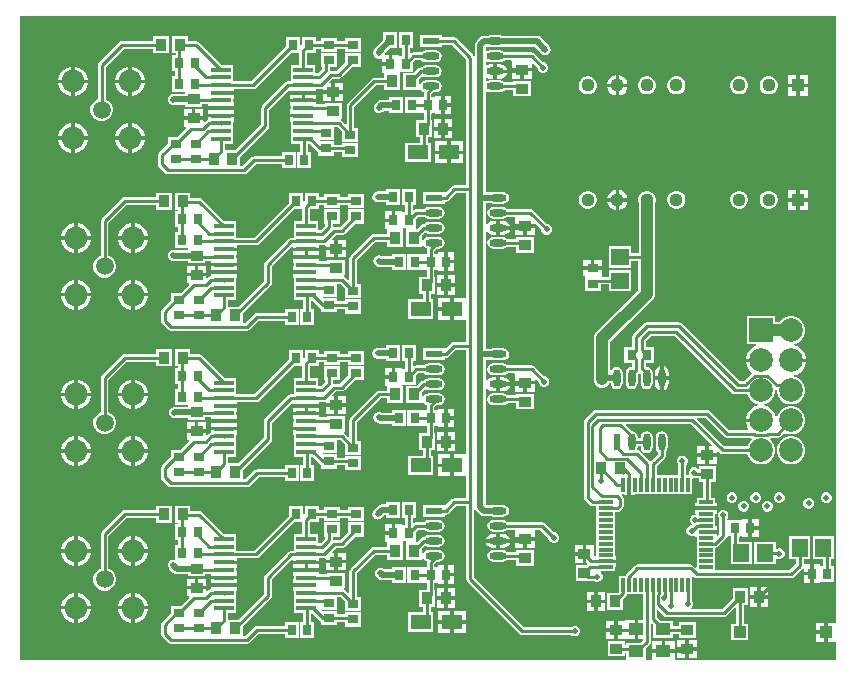
<source format=gtl>
G04*
G04 #@! TF.GenerationSoftware,Altium Limited,Altium Designer,25.6.2 (33)*
G04*
G04 Layer_Physical_Order=1*
G04 Layer_Color=255*
%FSLAX44Y44*%
%MOMM*%
G71*
G04*
G04 #@! TF.SameCoordinates,F5E6062F-8FAF-4D23-8B74-0684357ABDF0*
G04*
G04*
G04 #@! TF.FilePolarity,Positive*
G04*
G01*
G75*
%ADD17C,0.2540*%
%ADD18R,1.0500X0.9000*%
%ADD19R,0.9000X1.0500*%
%ADD20R,1.1938X0.3000*%
%ADD21R,0.3000X1.1938*%
%ADD22R,0.9500X0.8000*%
%ADD23R,1.5000X1.4000*%
%ADD24R,1.4000X1.5000*%
%ADD25R,0.8000X0.9500*%
%ADD26R,1.4500X0.6000*%
%ADD27O,1.4500X0.6000*%
%ADD28R,1.7500X1.2500*%
%ADD29R,1.6510X0.4318*%
%ADD30R,1.1000X1.0000*%
%ADD31O,0.6000X1.4500*%
%ADD32R,1.3000X1.0500*%
%ADD33R,0.6000X1.4500*%
%ADD55C,1.0000*%
%ADD56C,0.5000*%
%ADD57C,2.0000*%
%ADD58C,1.1300*%
%ADD59R,1.1300X1.1300*%
%ADD60C,1.9200*%
%ADD61C,1.5080*%
%ADD62R,2.0000X2.0000*%
%ADD63C,0.5000*%
G36*
X693451Y34813D02*
X693000Y34000D01*
X692451Y34000D01*
X686000D01*
Y26000D01*
Y18000D01*
X692451D01*
X693000Y18000D01*
X693451Y17187D01*
Y2549D01*
X556500D01*
Y8500D01*
X547000D01*
X537500D01*
Y2549D01*
X533417D01*
X532500Y2750D01*
X532500Y3549D01*
Y12785D01*
X535357Y15642D01*
X536080Y16724D01*
X536334Y18000D01*
Y22105D01*
X536354Y22206D01*
Y33124D01*
X537278Y33507D01*
X538500Y32285D01*
Y21250D01*
X555500D01*
Y24666D01*
X559750D01*
Y21500D01*
X574250D01*
Y34500D01*
X559750D01*
Y31334D01*
X555500D01*
Y35750D01*
X544465D01*
X541334Y38881D01*
Y44644D01*
X542258Y45027D01*
X547643Y39643D01*
X548724Y38920D01*
X550000Y38666D01*
X598000D01*
X599276Y38920D01*
X600358Y39643D01*
X607742Y47027D01*
X608666Y46644D01*
Y33000D01*
X604000D01*
Y19000D01*
X619000D01*
Y33000D01*
X615334D01*
Y48750D01*
X618500D01*
Y63250D01*
X605500D01*
Y54215D01*
X596619Y45334D01*
X570505D01*
X570346Y45630D01*
X570198Y46334D01*
X571315Y47451D01*
X572000Y49105D01*
Y50895D01*
X571334Y52503D01*
Y58031D01*
X571500D01*
Y72478D01*
X572424Y72861D01*
X572643Y72642D01*
X573724Y71920D01*
X575000Y71666D01*
X655000D01*
X656276Y71920D01*
X657357Y72642D01*
X664615Y79900D01*
X664758Y80113D01*
X665758Y79810D01*
Y77179D01*
X671258D01*
Y83429D01*
X665758Y83429D01*
X665592Y84360D01*
Y88179D01*
X671258D01*
Y107179D01*
X653258D01*
Y88179D01*
X658923D01*
Y83639D01*
X653619Y78334D01*
X590969D01*
Y87500D01*
Y97666D01*
X591000D01*
X592276Y97920D01*
X593357Y98642D01*
X599858Y105142D01*
X600580Y106224D01*
X600692Y106786D01*
X601500Y107250D01*
X601730Y107250D01*
X604166D01*
Y102453D01*
X603920D01*
Y83453D01*
X621920D01*
Y102453D01*
X610834D01*
Y106543D01*
X611541Y107250D01*
X613500Y107250D01*
X613500Y106250D01*
X619000D01*
Y114000D01*
Y121750D01*
X613500D01*
X613500Y120750D01*
X612500Y120750D01*
X601834D01*
X601500Y120750D01*
X600834Y121474D01*
Y121970D01*
X601315Y122451D01*
X602000Y124105D01*
Y125895D01*
X601315Y127549D01*
X600049Y128815D01*
X598395Y129500D01*
X596605D01*
X594951Y128815D01*
X593685Y127549D01*
X593000Y125895D01*
Y124105D01*
X593685Y122451D01*
X594166Y121970D01*
Y108881D01*
X592893Y107608D01*
X591969Y107990D01*
Y109500D01*
X590969D01*
Y109501D01*
X583000D01*
Y112500D01*
X590969D01*
Y112500D01*
X591969D01*
Y115500D01*
X590969D01*
Y126500D01*
X591969D01*
Y129500D01*
X590969D01*
Y129501D01*
X583000D01*
X575030D01*
Y129500D01*
X574031D01*
Y126500D01*
X574868D01*
Y126500D01*
X573895Y125500D01*
X573105D01*
X571451Y124815D01*
X570185Y123549D01*
X569500Y121895D01*
Y120105D01*
X570185Y118451D01*
X571384Y117252D01*
X570722Y116500D01*
X570105D01*
X568451Y115815D01*
X567185Y114549D01*
X566500Y112895D01*
Y111105D01*
X567185Y109451D01*
X568451Y108185D01*
X570105Y107500D01*
X571895D01*
X573031Y107970D01*
X574031Y107360D01*
Y106500D01*
X575031D01*
Y92500D01*
Y80991D01*
X574107Y80608D01*
X572357Y82358D01*
X571276Y83080D01*
X570000Y83334D01*
X525000D01*
X523724Y83080D01*
X522643Y82358D01*
X515643Y75358D01*
X514920Y74276D01*
X514859Y73969D01*
X509500D01*
Y60215D01*
X508535Y59250D01*
X499500D01*
Y44750D01*
X512500D01*
Y53785D01*
X515358Y56642D01*
X516080Y57724D01*
X516141Y58031D01*
X529666D01*
Y51000D01*
Y36750D01*
X525500D01*
Y28500D01*
Y20250D01*
X529349D01*
X529535Y19250D01*
X527535Y17250D01*
X515500D01*
Y15334D01*
X514250D01*
Y18500D01*
X499750D01*
Y5500D01*
X514250D01*
Y8666D01*
X515500D01*
X515500Y2750D01*
X514583Y2549D01*
X2549D01*
Y547451D01*
X693451D01*
Y34813D01*
D02*
G37*
%LPC*%
G36*
X144036Y530750D02*
X131036D01*
Y516250D01*
X133882D01*
Y514860D01*
X131066D01*
Y501360D01*
X133732D01*
Y497080D01*
X131066D01*
Y483580D01*
X142018D01*
Y481856D01*
X132268D01*
X130512Y481507D01*
X129518Y480843D01*
X129451Y480815D01*
X129399Y480763D01*
X129024Y480512D01*
X128756Y480244D01*
X128505Y479869D01*
X128185Y479549D01*
X128012Y479132D01*
X127761Y478756D01*
X127673Y478313D01*
X127500Y477895D01*
Y477443D01*
X127412Y477000D01*
X127500Y476557D01*
Y476105D01*
X127673Y475687D01*
X127761Y475244D01*
X128012Y474868D01*
X128185Y474451D01*
X128505Y474132D01*
X128756Y473756D01*
X129131Y473505D01*
X129451Y473185D01*
X129868Y473012D01*
X130244Y472761D01*
X130687Y472673D01*
X131105Y472500D01*
X131557D01*
X132000Y472412D01*
X132443Y472500D01*
X132895D01*
X133313Y472673D01*
X133346Y472680D01*
X142018D01*
Y470768D01*
X156518D01*
Y473026D01*
X161013D01*
Y471256D01*
X183523D01*
Y474915D01*
X182523D01*
Y477551D01*
X183523D01*
Y481210D01*
X172268D01*
Y484210D01*
X183523D01*
Y485980D01*
X199550D01*
X200826Y486234D01*
X201907Y486956D01*
X231551Y516600D01*
X238530D01*
Y506427D01*
X231609D01*
Y498109D01*
Y493473D01*
Y492648D01*
X229422D01*
X228146Y492394D01*
X227064Y491671D01*
X207410Y472018D01*
X206688Y470936D01*
X206434Y469660D01*
Y455933D01*
X184581Y434080D01*
X175602D01*
Y439689D01*
X182523D01*
Y446039D01*
Y452643D01*
Y458247D01*
X183523D01*
Y461906D01*
X161013D01*
Y459979D01*
X160526Y459882D01*
X159444Y459160D01*
X158442Y458157D01*
X157518Y458540D01*
Y459768D01*
X149268D01*
X141018D01*
Y453768D01*
X142742D01*
X143125Y452844D01*
X135961Y445680D01*
X127926D01*
Y440141D01*
X119910Y432125D01*
X119188Y431044D01*
X118934Y429768D01*
Y422268D01*
X119188Y420992D01*
X119910Y419911D01*
X124911Y414910D01*
X125992Y414188D01*
X127268Y413934D01*
X192268D01*
X193544Y414188D01*
X194626Y414910D01*
X201941Y422226D01*
X223776D01*
Y418810D01*
X235776D01*
Y432310D01*
X223776D01*
Y428894D01*
X200560D01*
X199284Y428640D01*
X198203Y427918D01*
X190887Y420602D01*
X188546D01*
Y428615D01*
X212125Y452195D01*
X212848Y453276D01*
X213102Y454552D01*
Y468279D01*
X229685Y484862D01*
X230609Y484479D01*
Y484210D01*
X253119D01*
Y485980D01*
X256814D01*
X258018Y486219D01*
X258125Y486214D01*
X259018Y485702D01*
Y484768D01*
X265768D01*
Y490768D01*
X264289D01*
X263907Y491692D01*
X267015Y494800D01*
X272170D01*
X273446Y495054D01*
X274527Y495776D01*
X283251Y504500D01*
X291286D01*
Y516500D01*
X277786D01*
Y508465D01*
X270789Y501468D01*
X265634D01*
X265432Y501428D01*
X264776Y501812D01*
X264432Y502248D01*
Y504500D01*
X270966D01*
Y516500D01*
X257466D01*
Y504500D01*
X257764D01*
Y502801D01*
X254215Y499252D01*
X252119D01*
Y506427D01*
X245198D01*
Y516600D01*
X252586D01*
Y520016D01*
X257466D01*
Y517500D01*
X270966D01*
Y520016D01*
X277786D01*
Y517500D01*
X291286D01*
Y529500D01*
X277786D01*
Y526684D01*
X270966D01*
Y529500D01*
X257466D01*
Y526684D01*
X252586D01*
Y530100D01*
X240586D01*
Y523040D01*
X240586Y523039D01*
X239586Y523574D01*
Y530100D01*
X227586D01*
Y522065D01*
X198169Y492648D01*
X182523D01*
Y498109D01*
Y506427D01*
X172824D01*
X153923Y525327D01*
X152842Y526050D01*
X151566Y526304D01*
X144036D01*
Y530750D01*
D02*
G37*
G36*
X128036D02*
X115036D01*
Y526834D01*
X88500D01*
X87224Y526580D01*
X86143Y525857D01*
X68911Y508625D01*
X68188Y507544D01*
X67934Y506268D01*
Y477251D01*
X67586Y477157D01*
X65410Y475901D01*
X63634Y474125D01*
X62378Y471950D01*
X61728Y469524D01*
Y467012D01*
X62378Y464585D01*
X63634Y462410D01*
X65410Y460634D01*
X67586Y459378D01*
X70012Y458728D01*
X72524D01*
X74950Y459378D01*
X77126Y460634D01*
X78902Y462410D01*
X80158Y464585D01*
X80808Y467012D01*
Y469524D01*
X80158Y471950D01*
X78902Y474125D01*
X77126Y475901D01*
X74950Y477157D01*
X74602Y477251D01*
Y504887D01*
X89881Y520166D01*
X115036D01*
Y516250D01*
X128036D01*
Y530750D01*
D02*
G37*
G36*
X408768Y531416D02*
X400268D01*
X398317Y531028D01*
X398135Y530906D01*
X395318D01*
X393562Y530557D01*
X392073Y529562D01*
X388756Y526244D01*
X387761Y524756D01*
X387412Y523000D01*
Y514330D01*
X386412Y514028D01*
X385857Y514858D01*
X372040Y528675D01*
X370958Y529398D01*
X369682Y529652D01*
X360021D01*
X360019Y529652D01*
X359268D01*
Y531318D01*
X340768D01*
Y521318D01*
X359268D01*
Y522984D01*
X368301D01*
X380166Y511119D01*
Y404334D01*
X369700D01*
X368424Y404080D01*
X367342Y403357D01*
X362500Y398515D01*
X361768Y398818D01*
Y398818D01*
X343268D01*
Y388818D01*
X361768D01*
Y390484D01*
X362519D01*
X363794Y390738D01*
X364876Y391461D01*
X371081Y397666D01*
X380166D01*
Y309853D01*
X379767Y309018D01*
X379166Y309018D01*
X369518D01*
Y299768D01*
Y290518D01*
X379166D01*
X379767Y290518D01*
X380166Y289683D01*
Y271834D01*
X369700D01*
X368424Y271580D01*
X367342Y270857D01*
X362500Y266015D01*
X361768Y266318D01*
Y266318D01*
X343268D01*
Y256318D01*
X361768D01*
Y257984D01*
X362519D01*
X363794Y258238D01*
X364876Y258961D01*
X371081Y265166D01*
X380166D01*
Y177353D01*
X379767Y176518D01*
X379166Y176518D01*
X369518D01*
Y167268D01*
Y158018D01*
X379166D01*
X379767Y158018D01*
X380166Y157183D01*
Y139334D01*
X369700D01*
X368424Y139080D01*
X367342Y138357D01*
X362500Y133515D01*
X361768Y133818D01*
Y133818D01*
X343268D01*
Y123818D01*
X361768D01*
Y125484D01*
X362519D01*
X363794Y125738D01*
X364876Y126461D01*
X371081Y132666D01*
X380166D01*
Y71000D01*
X380420Y69724D01*
X381142Y68643D01*
X425143Y24643D01*
X426224Y23920D01*
X427500Y23666D01*
X468970D01*
X469451Y23185D01*
X471105Y22500D01*
X472895D01*
X474549Y23185D01*
X475815Y24451D01*
X476500Y26105D01*
Y27895D01*
X475815Y29549D01*
X474549Y30815D01*
X472895Y31500D01*
X471105D01*
X469451Y30815D01*
X468970Y30334D01*
X428881D01*
X386834Y72381D01*
Y129410D01*
X387019Y129555D01*
X388366Y129339D01*
X388756Y128756D01*
X391937Y125574D01*
X393426Y124579D01*
X395182Y124230D01*
X400635D01*
X400817Y124108D01*
X402768Y123720D01*
X411268D01*
X413219Y124108D01*
X414873Y125213D01*
X415978Y126867D01*
X416366Y128818D01*
X415978Y130769D01*
X414873Y132423D01*
X413219Y133528D01*
X411268Y133916D01*
X402768D01*
X400817Y133528D01*
X400635Y133406D01*
X397082D01*
X396588Y133900D01*
Y232567D01*
X397588Y232870D01*
X398442Y231593D01*
X400427Y230266D01*
X402768Y229801D01*
X405518D01*
Y235918D01*
Y242036D01*
X402768D01*
X400427Y241570D01*
X398442Y240244D01*
X397588Y238966D01*
X396588Y239270D01*
Y256730D01*
X400635D01*
X400817Y256608D01*
X402768Y256220D01*
X411268D01*
X413219Y256608D01*
X414873Y257714D01*
X415978Y259367D01*
X416366Y261318D01*
X415978Y263269D01*
X414873Y264923D01*
X413219Y266028D01*
X411268Y266416D01*
X402768D01*
X400817Y266028D01*
X400635Y265906D01*
X396588D01*
Y365066D01*
X397588Y365370D01*
X398442Y364092D01*
X400427Y362766D01*
X402768Y362300D01*
X405518D01*
Y368418D01*
Y374535D01*
X402768D01*
X400427Y374070D01*
X398442Y372743D01*
X397588Y371466D01*
X396588Y371769D01*
Y389230D01*
X400635D01*
X400817Y389108D01*
X402768Y388720D01*
X411268D01*
X413219Y389108D01*
X414873Y390213D01*
X415978Y391867D01*
X416366Y393818D01*
X415978Y395769D01*
X414873Y397422D01*
X413219Y398528D01*
X411268Y398916D01*
X402768D01*
X400817Y398528D01*
X400635Y398406D01*
X396588D01*
Y483460D01*
X397588Y483995D01*
X398317Y483508D01*
X400268Y483120D01*
X408768D01*
X410719Y483508D01*
X412373Y484613D01*
X412553Y484884D01*
X420018D01*
Y479768D01*
X434518D01*
Y492768D01*
X420018D01*
Y491552D01*
X412553D01*
X412373Y491823D01*
X410719Y492928D01*
X408768Y493316D01*
X400268D01*
X398317Y492928D01*
X397588Y492441D01*
X396588Y492975D01*
Y495099D01*
X397470Y495571D01*
X397927Y495266D01*
X400268Y494800D01*
X403018D01*
Y500918D01*
Y507035D01*
X400268D01*
X397927Y506570D01*
X397470Y506265D01*
X396588Y506736D01*
Y508860D01*
X397588Y509395D01*
X398317Y508908D01*
X400268Y508520D01*
X408768D01*
X410719Y508908D01*
X412373Y510013D01*
X412553Y510284D01*
X418232D01*
X419018Y509768D01*
Y503768D01*
X435518D01*
Y507460D01*
X436442Y507843D01*
X440500Y503785D01*
Y503105D01*
X441185Y501451D01*
X442451Y500185D01*
X444105Y499500D01*
X445895D01*
X447549Y500185D01*
X448815Y501451D01*
X449500Y503105D01*
Y504895D01*
X448815Y506549D01*
X447549Y507815D01*
X445895Y508500D01*
X445215D01*
X437740Y515975D01*
X436658Y516698D01*
X435382Y516952D01*
X412553D01*
X412373Y517223D01*
X410719Y518328D01*
X408768Y518716D01*
X400268D01*
X398317Y518328D01*
X397588Y517841D01*
X396588Y518375D01*
Y521100D01*
X397218Y521730D01*
X398135D01*
X398317Y521608D01*
X400268Y521220D01*
X408768D01*
X410719Y521608D01*
X410901Y521730D01*
X437782D01*
X443756Y515756D01*
X444131Y515505D01*
X444451Y515185D01*
X444868Y515012D01*
X445244Y514761D01*
X445687Y514673D01*
X446105Y514500D01*
X446557D01*
X447000Y514412D01*
X447443Y514500D01*
X447895D01*
X448312Y514673D01*
X448756Y514761D01*
X449132Y515012D01*
X449549Y515185D01*
X449869Y515505D01*
X450244Y515756D01*
X450495Y516132D01*
X450815Y516451D01*
X450988Y516868D01*
X451239Y517244D01*
X451327Y517687D01*
X451500Y518105D01*
Y518557D01*
X451588Y519000D01*
X451500Y519443D01*
Y519895D01*
X451327Y520312D01*
X451239Y520756D01*
X450988Y521132D01*
X450815Y521549D01*
X450495Y521869D01*
X450244Y522244D01*
X442927Y529562D01*
X441438Y530557D01*
X439682Y530906D01*
X410901D01*
X410719Y531028D01*
X408768Y531416D01*
D02*
G37*
G36*
X334768Y534018D02*
X322768D01*
Y520518D01*
X325434D01*
Y514725D01*
X324727Y514018D01*
X322768Y514018D01*
X322768Y515018D01*
X317268D01*
Y507268D01*
X315768D01*
Y505768D01*
X308768D01*
Y499518D01*
X309768D01*
X310768Y499518D01*
X310768Y498518D01*
Y495602D01*
X302268D01*
X300992Y495348D01*
X299911Y494626D01*
X279639Y474354D01*
X278916Y473272D01*
X278662Y471996D01*
Y456655D01*
X277738Y456273D01*
X274852Y459160D01*
X273941Y459768D01*
X274031Y460567D01*
X274108Y460768D01*
X274518D01*
Y473768D01*
X260018D01*
Y473090D01*
X253119D01*
Y474860D01*
X230609D01*
Y471201D01*
X231609D01*
Y468565D01*
X230609D01*
Y464906D01*
X241864D01*
Y461906D01*
X230609D01*
Y458247D01*
X231609D01*
Y446039D01*
Y439689D01*
X239442D01*
Y432310D01*
X236776D01*
Y418810D01*
X248776D01*
Y432310D01*
X246110D01*
Y439604D01*
X247110Y439654D01*
X253551Y433212D01*
X254633Y432489D01*
X254926Y432431D01*
Y429570D01*
X268426D01*
Y432236D01*
X275246D01*
Y428300D01*
X288746D01*
Y440300D01*
X275246D01*
Y438904D01*
X268426D01*
Y441570D01*
X255519D01*
X255519Y441570D01*
X255743Y442130D01*
X256148Y442570D01*
X268426D01*
Y453468D01*
X271113D01*
X275246Y449334D01*
Y441300D01*
X288746D01*
Y453300D01*
X285330D01*
Y470615D01*
X303649Y488934D01*
X310768D01*
Y485018D01*
X323768D01*
Y499517D01*
X323768Y499517D01*
X323768Y499518D01*
X323543Y499518D01*
X323544Y500518D01*
X334768D01*
Y508553D01*
X336499Y510284D01*
X341982D01*
X342163Y510013D01*
X343817Y508908D01*
X345768Y508520D01*
X354268D01*
X356219Y508908D01*
X357873Y510013D01*
X358978Y511667D01*
X359366Y513618D01*
X358978Y515569D01*
X357873Y517223D01*
X356219Y518328D01*
X354268Y518716D01*
X345768D01*
X343817Y518328D01*
X342163Y517223D01*
X341982Y516952D01*
X335118D01*
X333842Y516698D01*
X333102Y516203D01*
X332102Y516653D01*
Y520518D01*
X334768D01*
Y534018D01*
D02*
G37*
G36*
X321768D02*
X309768D01*
Y527757D01*
X302756Y520744D01*
X301761Y519256D01*
X301412Y517500D01*
Y516000D01*
X301500Y515557D01*
Y515105D01*
X301673Y514687D01*
X301761Y514244D01*
X302012Y513868D01*
X302185Y513451D01*
X302505Y513131D01*
X302756Y512756D01*
X303131Y512505D01*
X303451Y512185D01*
X303868Y512012D01*
X304244Y511761D01*
X304687Y511673D01*
X305105Y511500D01*
X305557D01*
X306000Y511412D01*
X306443Y511500D01*
X306895D01*
X307313Y511673D01*
X307756Y511761D01*
X307768Y511769D01*
X308636Y511364D01*
X308768Y511193D01*
Y508768D01*
X314268D01*
Y515018D01*
X311421D01*
X311007Y516018D01*
X315507Y520518D01*
X321768D01*
Y534018D01*
D02*
G37*
G36*
X408768Y507035D02*
X406018D01*
Y502418D01*
X414587D01*
X414420Y503259D01*
X413093Y505243D01*
X411109Y506570D01*
X408768Y507035D01*
D02*
G37*
G36*
X354268Y506016D02*
X345768D01*
X343817Y505628D01*
X342163Y504523D01*
X341982Y504252D01*
X341917D01*
X340642Y503998D01*
X339560Y503275D01*
X335803Y499518D01*
X326768D01*
Y485018D01*
X339768D01*
Y487435D01*
X340652Y487715D01*
X340687Y487719D01*
X340947Y486826D01*
X341058Y486267D01*
X342163Y484613D01*
X343817Y483508D01*
X344054Y483461D01*
X343934Y482855D01*
Y479018D01*
X341268D01*
Y475602D01*
X339768D01*
Y479018D01*
X327768D01*
Y465518D01*
X339768D01*
Y468934D01*
X341268D01*
Y465518D01*
X343934D01*
Y459518D01*
X337768D01*
Y445018D01*
X340934D01*
Y440518D01*
X328268D01*
Y424018D01*
X349768D01*
Y440518D01*
X347602D01*
Y445018D01*
X350768D01*
Y459518D01*
X350602D01*
Y464811D01*
X351309Y465518D01*
X353268Y465518D01*
X353268Y464518D01*
X358768D01*
Y472268D01*
Y480018D01*
X353268D01*
X353268Y479018D01*
X351309Y479018D01*
X350602Y479725D01*
Y481474D01*
X352247Y483120D01*
X354268D01*
X356219Y483508D01*
X357873Y484613D01*
X358978Y486267D01*
X359366Y488218D01*
X358978Y490169D01*
X357873Y491823D01*
X356219Y492928D01*
X354268Y493316D01*
X345768D01*
X343817Y492928D01*
X342163Y491823D01*
X341058Y490169D01*
X340947Y489609D01*
X340687Y488717D01*
X340652Y488720D01*
X339768Y489000D01*
Y494053D01*
X342681Y496967D01*
X343817Y496208D01*
X345768Y495820D01*
X354268D01*
X356219Y496208D01*
X357873Y497313D01*
X358978Y498967D01*
X359366Y500918D01*
X358978Y502869D01*
X357873Y504523D01*
X356219Y505628D01*
X354268Y506016D01*
D02*
G37*
G36*
X414587Y499418D02*
X406018D01*
Y494800D01*
X408768D01*
X411109Y495266D01*
X413093Y496592D01*
X414420Y498577D01*
X414587Y499418D01*
D02*
G37*
G36*
X435518Y500768D02*
X428768D01*
Y494768D01*
X435518D01*
Y500768D01*
D02*
G37*
G36*
X425768D02*
X419018D01*
Y494768D01*
X425768D01*
Y500768D01*
D02*
G37*
G36*
X96927Y504868D02*
X96768D01*
Y493768D01*
X107868D01*
Y493927D01*
X107009Y497131D01*
X105351Y500005D01*
X103005Y502351D01*
X100132Y504009D01*
X96927Y504868D01*
D02*
G37*
G36*
X48927D02*
X48768D01*
Y493768D01*
X59868D01*
Y493927D01*
X59010Y497131D01*
X57351Y500005D01*
X55005Y502351D01*
X52132Y504009D01*
X48927Y504868D01*
D02*
G37*
G36*
X93768D02*
X93609D01*
X90405Y504009D01*
X87532Y502351D01*
X85186Y500005D01*
X83527Y497131D01*
X82668Y493927D01*
Y493768D01*
X93768D01*
Y504868D01*
D02*
G37*
G36*
X45768D02*
X45609D01*
X42405Y504009D01*
X39532Y502351D01*
X37186Y500005D01*
X35527Y497131D01*
X34668Y493927D01*
Y493768D01*
X45768D01*
Y504868D01*
D02*
G37*
G36*
X509500Y497553D02*
Y490500D01*
X516553D01*
X516060Y492339D01*
X514922Y494311D01*
X513311Y495922D01*
X511339Y497060D01*
X509500Y497553D01*
D02*
G37*
G36*
X669650Y497650D02*
X662500D01*
Y490500D01*
X669650D01*
Y497650D01*
D02*
G37*
G36*
X506500Y497553D02*
X504661Y497060D01*
X502689Y495922D01*
X501078Y494311D01*
X499939Y492339D01*
X499447Y490500D01*
X506500D01*
Y497553D01*
D02*
G37*
G36*
X659500Y497650D02*
X652350D01*
Y490500D01*
X659500D01*
Y497650D01*
D02*
G37*
G36*
X275518Y490768D02*
X268768D01*
Y484768D01*
X275518D01*
Y490768D01*
D02*
G37*
G36*
X637007Y496650D02*
X634993D01*
X633047Y496129D01*
X631303Y495121D01*
X629879Y493697D01*
X628872Y491953D01*
X628350Y490007D01*
Y487993D01*
X628872Y486047D01*
X629879Y484303D01*
X631303Y482878D01*
X633047Y481871D01*
X634993Y481350D01*
X637007D01*
X638953Y481871D01*
X640697Y482878D01*
X642122Y484303D01*
X643129Y486047D01*
X643650Y487993D01*
Y490007D01*
X643129Y491953D01*
X642122Y493697D01*
X640697Y495121D01*
X638953Y496129D01*
X637007Y496650D01*
D02*
G37*
G36*
X612007D02*
X609993D01*
X608047Y496129D01*
X606303Y495121D01*
X604879Y493697D01*
X603871Y491953D01*
X603350Y490007D01*
Y487993D01*
X603871Y486047D01*
X604879Y484303D01*
X606303Y482878D01*
X608047Y481871D01*
X609993Y481350D01*
X612007D01*
X613953Y481871D01*
X615697Y482878D01*
X617122Y484303D01*
X618129Y486047D01*
X618650Y487993D01*
Y490007D01*
X618129Y491953D01*
X617122Y493697D01*
X615697Y495121D01*
X613953Y496129D01*
X612007Y496650D01*
D02*
G37*
G36*
X559007D02*
X556993D01*
X555047Y496129D01*
X553303Y495121D01*
X551878Y493697D01*
X550871Y491953D01*
X550350Y490007D01*
Y487993D01*
X550871Y486047D01*
X551878Y484303D01*
X553303Y482878D01*
X555047Y481871D01*
X556993Y481350D01*
X559007D01*
X560953Y481871D01*
X562697Y482878D01*
X564121Y484303D01*
X565129Y486047D01*
X565650Y487993D01*
Y490007D01*
X565129Y491953D01*
X564121Y493697D01*
X562697Y495121D01*
X560953Y496129D01*
X559007Y496650D01*
D02*
G37*
G36*
X534007D02*
X531993D01*
X530047Y496129D01*
X528303Y495121D01*
X526879Y493697D01*
X525872Y491953D01*
X525350Y490007D01*
Y487993D01*
X525872Y486047D01*
X526879Y484303D01*
X528303Y482878D01*
X530047Y481871D01*
X531993Y481350D01*
X534007D01*
X535953Y481871D01*
X537697Y482878D01*
X539122Y484303D01*
X540129Y486047D01*
X540650Y487993D01*
Y490007D01*
X540129Y491953D01*
X539122Y493697D01*
X537697Y495121D01*
X535953Y496129D01*
X534007Y496650D01*
D02*
G37*
G36*
X484007D02*
X481993D01*
X480047Y496129D01*
X478303Y495121D01*
X476878Y493697D01*
X475871Y491953D01*
X475350Y490007D01*
Y487993D01*
X475871Y486047D01*
X476878Y484303D01*
X478303Y482878D01*
X480047Y481871D01*
X481993Y481350D01*
X484007D01*
X485953Y481871D01*
X487697Y482878D01*
X489121Y484303D01*
X490129Y486047D01*
X490650Y487993D01*
Y490007D01*
X490129Y491953D01*
X489121Y493697D01*
X487697Y495121D01*
X485953Y496129D01*
X484007Y496650D01*
D02*
G37*
G36*
X516553Y487500D02*
X509500D01*
Y480447D01*
X511339Y480939D01*
X513311Y482078D01*
X514922Y483689D01*
X516060Y485661D01*
X516553Y487500D01*
D02*
G37*
G36*
X506500D02*
X499447D01*
X499939Y485661D01*
X501078Y483689D01*
X502689Y482078D01*
X504661Y480939D01*
X506500Y480447D01*
Y487500D01*
D02*
G37*
G36*
X669650D02*
X662500D01*
Y480350D01*
X669650D01*
Y487500D01*
D02*
G37*
G36*
X659500D02*
X652350D01*
Y480350D01*
X659500D01*
Y487500D01*
D02*
G37*
G36*
X107868Y490768D02*
X96768D01*
Y479668D01*
X96927D01*
X100132Y480527D01*
X103005Y482186D01*
X105351Y484531D01*
X107009Y487405D01*
X107868Y490609D01*
Y490768D01*
D02*
G37*
G36*
X93768D02*
X82668D01*
Y490609D01*
X83527Y487405D01*
X85186Y484531D01*
X87532Y482186D01*
X90405Y480527D01*
X93609Y479668D01*
X93768D01*
Y490768D01*
D02*
G37*
G36*
X59868D02*
X48768D01*
Y479668D01*
X48927D01*
X52132Y480527D01*
X55005Y482186D01*
X57351Y484531D01*
X59010Y487405D01*
X59868Y490609D01*
Y490768D01*
D02*
G37*
G36*
X45768D02*
X34668D01*
Y490609D01*
X35527Y487405D01*
X37186Y484531D01*
X39532Y482186D01*
X42405Y480527D01*
X45609Y479668D01*
X45768D01*
Y490768D01*
D02*
G37*
G36*
X253119Y481210D02*
X230609D01*
Y477860D01*
X253119D01*
Y481210D01*
D02*
G37*
G36*
X275518Y481768D02*
X268768D01*
Y475768D01*
X275518D01*
Y481768D01*
D02*
G37*
G36*
X265768D02*
X259018D01*
Y475768D01*
X265768D01*
Y481768D01*
D02*
G37*
G36*
X367268Y480018D02*
X361768D01*
Y473768D01*
X367268D01*
Y480018D01*
D02*
G37*
G36*
X326768Y479018D02*
X314768D01*
Y476856D01*
X308268D01*
X306512Y476507D01*
X305024Y475512D01*
X302794Y473283D01*
X302543Y472907D01*
X302223Y472587D01*
X302050Y472170D01*
X301799Y471794D01*
X301711Y471351D01*
X301538Y470933D01*
Y470481D01*
X301450Y470038D01*
X301538Y469595D01*
Y469143D01*
X301711Y468726D01*
X301799Y468282D01*
X302050Y467907D01*
X302223Y467489D01*
X302543Y467170D01*
X302794Y466794D01*
X303170Y466543D01*
X303489Y466223D01*
X303907Y466050D01*
X304282Y465799D01*
X304726Y465711D01*
X305143Y465538D01*
X305595D01*
X306038Y465450D01*
X306481Y465538D01*
X306933D01*
X307351Y465711D01*
X307794Y465799D01*
X308170Y466050D01*
X308587Y466223D01*
X308907Y466543D01*
X309283Y466794D01*
X310168Y467680D01*
X314768D01*
Y465518D01*
X326768D01*
Y479018D01*
D02*
G37*
G36*
X183523Y468256D02*
X161013D01*
Y464906D01*
X183523D01*
Y468256D01*
D02*
G37*
G36*
X367268Y470768D02*
X361768D01*
Y464518D01*
X367268D01*
Y470768D01*
D02*
G37*
G36*
X157518Y468768D02*
X150768D01*
Y462768D01*
X157518D01*
Y468768D01*
D02*
G37*
G36*
X147768D02*
X141018D01*
Y462768D01*
X147768D01*
Y468768D01*
D02*
G37*
G36*
X367768Y460518D02*
X361768D01*
Y453768D01*
X367768D01*
Y460518D01*
D02*
G37*
G36*
X358768D02*
X352768D01*
Y453768D01*
X358768D01*
Y460518D01*
D02*
G37*
G36*
X96927Y456868D02*
X96768D01*
Y445768D01*
X107868D01*
Y445926D01*
X107009Y449131D01*
X105351Y452004D01*
X103005Y454350D01*
X100132Y456009D01*
X96927Y456868D01*
D02*
G37*
G36*
X48927D02*
X48768D01*
Y445768D01*
X59868D01*
Y445926D01*
X59010Y449131D01*
X57351Y452004D01*
X55005Y454350D01*
X52132Y456009D01*
X48927Y456868D01*
D02*
G37*
G36*
X93768D02*
X93609D01*
X90405Y456009D01*
X87532Y454350D01*
X85186Y452004D01*
X83527Y449131D01*
X82668Y445926D01*
Y445768D01*
X93768D01*
Y456868D01*
D02*
G37*
G36*
X45768D02*
X45609D01*
X42405Y456009D01*
X39532Y454350D01*
X37186Y452004D01*
X35527Y449131D01*
X34668Y445926D01*
Y445768D01*
X45768D01*
Y456868D01*
D02*
G37*
G36*
X367768Y450768D02*
X361768D01*
Y444018D01*
X367768D01*
Y450768D01*
D02*
G37*
G36*
X358768D02*
X352768D01*
Y444018D01*
X358768D01*
Y450768D01*
D02*
G37*
G36*
X377267Y441518D02*
X367018D01*
Y433768D01*
X377267D01*
Y441518D01*
D02*
G37*
G36*
X364018D02*
X353768D01*
Y433768D01*
X364018D01*
Y441518D01*
D02*
G37*
G36*
X107868Y442768D02*
X96768D01*
Y431668D01*
X96927D01*
X100132Y432526D01*
X103005Y434185D01*
X105351Y436531D01*
X107009Y439404D01*
X107868Y442609D01*
Y442768D01*
D02*
G37*
G36*
X93768D02*
X82668D01*
Y442609D01*
X83527Y439404D01*
X85186Y436531D01*
X87532Y434185D01*
X90405Y432526D01*
X93609Y431668D01*
X93768D01*
Y442768D01*
D02*
G37*
G36*
X59868D02*
X48768D01*
Y431668D01*
X48927D01*
X52132Y432526D01*
X55005Y434185D01*
X57351Y436531D01*
X59010Y439404D01*
X59868Y442609D01*
Y442768D01*
D02*
G37*
G36*
X45768D02*
X34668D01*
Y442609D01*
X35527Y439404D01*
X37186Y436531D01*
X39532Y434185D01*
X42405Y432526D01*
X45609Y431668D01*
X45768D01*
Y442768D01*
D02*
G37*
G36*
X377267Y430768D02*
X367018D01*
Y423018D01*
X377267D01*
Y430768D01*
D02*
G37*
G36*
X364018D02*
X353768D01*
Y423018D01*
X364018D01*
Y430768D01*
D02*
G37*
G36*
X669650Y400650D02*
X662500D01*
Y393500D01*
X669650D01*
Y400650D01*
D02*
G37*
G36*
X509500Y400553D02*
Y393500D01*
X516553D01*
X516060Y395339D01*
X514922Y397311D01*
X513311Y398922D01*
X511339Y400061D01*
X509500Y400553D01*
D02*
G37*
G36*
X506500D02*
X504661Y400061D01*
X502689Y398922D01*
X501078Y397311D01*
X499939Y395339D01*
X499447Y393500D01*
X506500D01*
Y400553D01*
D02*
G37*
G36*
X659500Y400650D02*
X652350D01*
Y393500D01*
X659500D01*
Y400650D01*
D02*
G37*
G36*
X324268Y401518D02*
X312268D01*
Y399357D01*
X305268D01*
X303512Y399008D01*
X302518Y398343D01*
X302451Y398315D01*
X302400Y398264D01*
X302024Y398013D01*
X301756Y397745D01*
X301505Y397369D01*
X301185Y397049D01*
X301012Y396632D01*
X300761Y396256D01*
X300673Y395813D01*
X300500Y395396D01*
Y394944D01*
X300412Y394501D01*
X300500Y394057D01*
Y393605D01*
X300673Y393188D01*
X300761Y392745D01*
X301012Y392369D01*
X301185Y391951D01*
X301505Y391632D01*
X301756Y391256D01*
X302132Y391005D01*
X302451Y390686D01*
X302868Y390513D01*
X303244Y390262D01*
X303687Y390173D01*
X304105Y390000D01*
X304557D01*
X305000Y389912D01*
X305443Y390000D01*
X305895D01*
X306313Y390173D01*
X306348Y390181D01*
X312268D01*
Y388018D01*
X324268D01*
Y401518D01*
D02*
G37*
G36*
X146536Y398250D02*
X133536D01*
Y383750D01*
X136382D01*
Y382360D01*
X133566D01*
Y368860D01*
X136232D01*
Y364580D01*
X133566D01*
Y351080D01*
X144518D01*
Y349356D01*
X133243D01*
X132895Y349500D01*
X132443D01*
X132000Y349588D01*
X131557Y349500D01*
X131105D01*
X130687Y349327D01*
X130244Y349239D01*
X129868Y348988D01*
X129451Y348815D01*
X129131Y348495D01*
X128756Y348244D01*
X128505Y347868D01*
X128185Y347549D01*
X128012Y347132D01*
X127761Y346756D01*
X127673Y346312D01*
X127500Y345895D01*
Y345443D01*
X127412Y345000D01*
X127500Y344557D01*
Y344105D01*
X127673Y343688D01*
X127761Y343244D01*
X128012Y342868D01*
X128185Y342451D01*
X128505Y342131D01*
X128756Y341756D01*
X128988Y341524D01*
X129364Y341272D01*
X129451Y341185D01*
X129565Y341138D01*
X130476Y340529D01*
X132232Y340180D01*
X144518D01*
Y338268D01*
X159018D01*
Y340526D01*
X163513D01*
Y338756D01*
X186023D01*
Y342415D01*
X185023D01*
Y345051D01*
X186023D01*
Y348710D01*
X174768D01*
Y351710D01*
X186023D01*
Y353480D01*
X202050D01*
X203326Y353734D01*
X204407Y354456D01*
X234051Y384100D01*
X241030D01*
Y373927D01*
X234109D01*
Y365609D01*
Y360148D01*
X231922D01*
X230646Y359894D01*
X229564Y359171D01*
X209910Y339518D01*
X209188Y338436D01*
X208934Y337160D01*
Y323433D01*
X187081Y301580D01*
X178102D01*
Y307189D01*
X185023D01*
Y313539D01*
Y320143D01*
Y325747D01*
X186023D01*
Y329406D01*
X163513D01*
Y327479D01*
X163026Y327382D01*
X161944Y326660D01*
X160942Y325657D01*
X160018Y326040D01*
Y327268D01*
X151768D01*
X143518D01*
Y321268D01*
X145242D01*
X145625Y320344D01*
X138460Y313179D01*
X130426D01*
Y307641D01*
X122410Y299625D01*
X121688Y298544D01*
X121434Y297268D01*
Y289768D01*
X121688Y288492D01*
X122410Y287411D01*
X127411Y282410D01*
X128492Y281688D01*
X129768Y281434D01*
X194768D01*
X196044Y281688D01*
X197126Y282410D01*
X204441Y289726D01*
X226276D01*
Y286310D01*
X238276D01*
Y299810D01*
X226276D01*
Y296394D01*
X203060D01*
X201784Y296140D01*
X200703Y295417D01*
X193387Y288102D01*
X191046D01*
Y296115D01*
X214625Y319695D01*
X215348Y320776D01*
X215602Y322052D01*
Y335779D01*
X232185Y352362D01*
X233109Y351979D01*
Y351710D01*
X255619D01*
Y353480D01*
X259314D01*
X260518Y353719D01*
X260625Y353714D01*
X261518Y353202D01*
Y352268D01*
X268268D01*
Y358268D01*
X266789D01*
X266407Y359192D01*
X269515Y362300D01*
X274670D01*
X275946Y362554D01*
X277027Y363276D01*
X285751Y372000D01*
X293786D01*
Y384000D01*
X280286D01*
Y375965D01*
X273289Y368968D01*
X268134D01*
X267932Y368928D01*
X267276Y369312D01*
X266932Y369748D01*
Y372000D01*
X273466D01*
Y384000D01*
X259966D01*
Y372000D01*
X260264D01*
Y370301D01*
X256715Y366752D01*
X254619D01*
Y373927D01*
X247698D01*
Y384100D01*
X255086D01*
Y387516D01*
X259966D01*
Y384999D01*
X273466D01*
Y387516D01*
X280286D01*
Y384999D01*
X293786D01*
Y396999D01*
X280286D01*
Y394184D01*
X273466D01*
Y396999D01*
X259966D01*
Y394184D01*
X255086D01*
Y397600D01*
X243086D01*
Y390540D01*
X243086Y390539D01*
X242086Y391074D01*
Y397600D01*
X230086D01*
Y389565D01*
X200669Y360148D01*
X185023D01*
Y365609D01*
Y373927D01*
X175324D01*
X156423Y392828D01*
X155342Y393550D01*
X154066Y393804D01*
X146536D01*
Y398250D01*
D02*
G37*
G36*
X637007Y399650D02*
X634993D01*
X633047Y399129D01*
X631303Y398121D01*
X629879Y396697D01*
X628871Y394953D01*
X628350Y393007D01*
Y390993D01*
X628871Y389047D01*
X629879Y387303D01*
X631303Y385878D01*
X633047Y384871D01*
X634993Y384350D01*
X637007D01*
X638953Y384871D01*
X640697Y385878D01*
X642122Y387303D01*
X643129Y389047D01*
X643650Y390993D01*
Y393007D01*
X643129Y394953D01*
X642122Y396697D01*
X640697Y398121D01*
X638953Y399129D01*
X637007Y399650D01*
D02*
G37*
G36*
X612007D02*
X609993D01*
X608047Y399129D01*
X606303Y398121D01*
X604879Y396697D01*
X603871Y394953D01*
X603350Y393007D01*
Y390993D01*
X603871Y389047D01*
X604879Y387303D01*
X606303Y385878D01*
X608047Y384871D01*
X609993Y384350D01*
X612007D01*
X613953Y384871D01*
X615697Y385878D01*
X617122Y387303D01*
X618129Y389047D01*
X618650Y390993D01*
Y393007D01*
X618129Y394953D01*
X617122Y396697D01*
X615697Y398121D01*
X613953Y399129D01*
X612007Y399650D01*
D02*
G37*
G36*
X559007D02*
X556993D01*
X555047Y399129D01*
X553303Y398121D01*
X551879Y396697D01*
X550871Y394953D01*
X550350Y393007D01*
Y390993D01*
X550871Y389047D01*
X551879Y387303D01*
X553303Y385878D01*
X555047Y384871D01*
X556993Y384350D01*
X559007D01*
X560953Y384871D01*
X562697Y385878D01*
X564122Y387303D01*
X565129Y389047D01*
X565650Y390993D01*
Y393007D01*
X565129Y394953D01*
X564122Y396697D01*
X562697Y398121D01*
X560953Y399129D01*
X559007Y399650D01*
D02*
G37*
G36*
X484007D02*
X481993D01*
X480047Y399129D01*
X478303Y398121D01*
X476879Y396697D01*
X475871Y394953D01*
X475350Y393007D01*
Y390993D01*
X475871Y389047D01*
X476879Y387303D01*
X478303Y385878D01*
X480047Y384871D01*
X481993Y384350D01*
X484007D01*
X485953Y384871D01*
X487697Y385878D01*
X489122Y387303D01*
X490129Y389047D01*
X490650Y390993D01*
Y393007D01*
X490129Y394953D01*
X489122Y396697D01*
X487697Y398121D01*
X485953Y399129D01*
X484007Y399650D01*
D02*
G37*
G36*
X130536Y398250D02*
X117536D01*
Y394334D01*
X91000D01*
X89724Y394080D01*
X88643Y393357D01*
X71411Y376125D01*
X70688Y375044D01*
X70434Y373768D01*
Y344751D01*
X70086Y344657D01*
X67910Y343401D01*
X66134Y341625D01*
X64878Y339450D01*
X64228Y337024D01*
Y334512D01*
X64878Y332085D01*
X66134Y329910D01*
X67910Y328134D01*
X70086Y326878D01*
X72512Y326228D01*
X75024D01*
X77450Y326878D01*
X79626Y328134D01*
X81402Y329910D01*
X82658Y332085D01*
X83308Y334512D01*
Y337024D01*
X82658Y339450D01*
X81402Y341625D01*
X79626Y343401D01*
X77450Y344657D01*
X77102Y344751D01*
Y372387D01*
X92381Y387666D01*
X117536D01*
Y383750D01*
X130536D01*
Y398250D01*
D02*
G37*
G36*
X516553Y390500D02*
X509500D01*
Y383447D01*
X511339Y383940D01*
X513311Y385078D01*
X514922Y386689D01*
X516060Y388661D01*
X516553Y390500D01*
D02*
G37*
G36*
X506500D02*
X499447D01*
X499939Y388661D01*
X501078Y386689D01*
X502689Y385078D01*
X504661Y383940D01*
X506500Y383447D01*
Y390500D01*
D02*
G37*
G36*
X669650D02*
X662500D01*
Y383350D01*
X669650D01*
Y390500D01*
D02*
G37*
G36*
X659500D02*
X652350D01*
Y383350D01*
X659500D01*
Y390500D01*
D02*
G37*
G36*
X337268Y401518D02*
X325268D01*
Y388018D01*
X327934D01*
Y382225D01*
X327227Y381518D01*
X325268Y381518D01*
X325268Y382518D01*
X319768D01*
Y374768D01*
X318268D01*
Y373268D01*
X311268D01*
Y367018D01*
X313268D01*
Y363102D01*
X301768D01*
X300492Y362848D01*
X299410Y362126D01*
X282139Y344854D01*
X281416Y343772D01*
X281162Y342496D01*
Y324155D01*
X280238Y323773D01*
X277352Y326660D01*
X276441Y327268D01*
X276531Y328067D01*
X276608Y328268D01*
X277018D01*
Y341268D01*
X262518D01*
Y340590D01*
X255619D01*
Y342360D01*
X233109D01*
Y338701D01*
X234109D01*
Y336065D01*
X233109D01*
Y332406D01*
X244364D01*
Y329406D01*
X233109D01*
Y325747D01*
X234109D01*
Y313539D01*
Y307189D01*
X241942D01*
Y299810D01*
X239276D01*
Y286310D01*
X251276D01*
Y299810D01*
X248610D01*
Y307104D01*
X249610Y307154D01*
X256051Y300712D01*
X257133Y299989D01*
X257426Y299931D01*
Y297070D01*
X270926D01*
Y299736D01*
X277746D01*
Y295800D01*
X291246D01*
Y307800D01*
X277746D01*
Y306404D01*
X270926D01*
Y309070D01*
X258020D01*
X257921Y309276D01*
X257921Y309276D01*
X258649Y310069D01*
X270926D01*
Y320968D01*
X273613D01*
X277746Y316835D01*
Y308799D01*
X291246D01*
Y320799D01*
X287830D01*
Y341115D01*
X303149Y356434D01*
X313268D01*
Y352518D01*
X326268D01*
Y367018D01*
X326268Y367018D01*
X326268Y368018D01*
X329267D01*
X329268Y367018D01*
X329268Y367018D01*
Y352518D01*
X342268D01*
Y354935D01*
X343152Y355215D01*
X343187Y355219D01*
X343447Y354326D01*
X343558Y353767D01*
X344663Y352113D01*
X346317Y351008D01*
X346554Y350961D01*
X346434Y350355D01*
Y346518D01*
X343768D01*
Y343102D01*
X342267D01*
Y346518D01*
X330268D01*
Y333018D01*
X342267D01*
Y336434D01*
X343768D01*
Y333018D01*
X346434D01*
Y327018D01*
X340268D01*
Y312518D01*
X343434D01*
Y308018D01*
X330768D01*
Y291518D01*
X352268D01*
Y308018D01*
X350102D01*
Y312518D01*
X353268D01*
Y327018D01*
X353102D01*
Y333018D01*
X355767D01*
Y332018D01*
X361267D01*
Y339768D01*
Y347518D01*
X355767D01*
Y346518D01*
X353102D01*
Y348974D01*
X354747Y350620D01*
X356768D01*
X358719Y351008D01*
X360373Y352113D01*
X361478Y353767D01*
X361866Y355718D01*
X361478Y357669D01*
X360373Y359323D01*
X358719Y360428D01*
X356768Y360816D01*
X348268D01*
X346317Y360428D01*
X344663Y359323D01*
X343558Y357669D01*
X343447Y357109D01*
X343187Y356217D01*
X343152Y356220D01*
X342268Y356500D01*
Y361553D01*
X345181Y364467D01*
X346317Y363708D01*
X348268Y363320D01*
X356768D01*
X358719Y363708D01*
X360373Y364813D01*
X361478Y366467D01*
X361866Y368418D01*
X361478Y370369D01*
X360373Y372023D01*
X358719Y373128D01*
X356768Y373516D01*
X348268D01*
X346317Y373128D01*
X344663Y372023D01*
X344482Y371752D01*
X344417D01*
X343142Y371498D01*
X342060Y370775D01*
X338303Y367018D01*
X337269D01*
X337268Y368018D01*
X337268Y368018D01*
Y376053D01*
X338999Y377784D01*
X344482D01*
X344663Y377513D01*
X346317Y376408D01*
X348268Y376020D01*
X356768D01*
X358719Y376408D01*
X360373Y377513D01*
X361478Y379167D01*
X361866Y381118D01*
X361478Y383069D01*
X360373Y384723D01*
X358719Y385828D01*
X356768Y386216D01*
X348268D01*
X346317Y385828D01*
X344663Y384723D01*
X344482Y384452D01*
X337618D01*
X336342Y384198D01*
X335602Y383704D01*
X334602Y384153D01*
Y388018D01*
X337268D01*
Y401518D01*
D02*
G37*
G36*
X316768Y382518D02*
X311268D01*
Y376268D01*
X316768D01*
Y382518D01*
D02*
G37*
G36*
X411268Y374535D02*
X408518D01*
Y369918D01*
X417087D01*
X416920Y370759D01*
X415593Y372743D01*
X413609Y374070D01*
X411268Y374535D01*
D02*
G37*
G36*
Y386216D02*
X402768D01*
X400817Y385828D01*
X399163Y384723D01*
X398058Y383069D01*
X397670Y381118D01*
X398058Y379167D01*
X399163Y377513D01*
X400817Y376408D01*
X402768Y376020D01*
X411268D01*
X413219Y376408D01*
X414873Y377513D01*
X415054Y377784D01*
X420732D01*
X421518Y377268D01*
Y371268D01*
X438761D01*
X438942Y371343D01*
X443500Y366785D01*
Y366105D01*
X444185Y364451D01*
X445451Y363185D01*
X447105Y362500D01*
X448895D01*
X450549Y363185D01*
X451815Y364451D01*
X452500Y366105D01*
Y367895D01*
X451815Y369549D01*
X450549Y370815D01*
X448895Y371500D01*
X448215D01*
X436239Y383476D01*
X435158Y384198D01*
X433882Y384452D01*
X415053D01*
X414873Y384723D01*
X413219Y385828D01*
X411268Y386216D01*
D02*
G37*
G36*
X417087Y366918D02*
X408518D01*
Y362300D01*
X411268D01*
X413609Y362766D01*
X415593Y364092D01*
X416920Y366077D01*
X417087Y366918D01*
D02*
G37*
G36*
X438018Y368268D02*
X431268D01*
Y362268D01*
X438018D01*
Y368268D01*
D02*
G37*
G36*
X428268D02*
X421518D01*
Y362268D01*
X428268D01*
Y368268D01*
D02*
G37*
G36*
X99427Y372368D02*
X99268D01*
Y361268D01*
X110368D01*
Y361426D01*
X109509Y364631D01*
X107851Y367504D01*
X105505Y369850D01*
X102632Y371509D01*
X99427Y372368D01*
D02*
G37*
G36*
X51427D02*
X51268D01*
Y361268D01*
X62368D01*
Y361426D01*
X61510Y364631D01*
X59851Y367504D01*
X57505Y369850D01*
X54632Y371509D01*
X51427Y372368D01*
D02*
G37*
G36*
X96268D02*
X96109D01*
X92905Y371509D01*
X90032Y369850D01*
X87686Y367504D01*
X86027Y364631D01*
X85168Y361426D01*
Y361268D01*
X96268D01*
Y372368D01*
D02*
G37*
G36*
X48268D02*
X48109D01*
X44905Y371509D01*
X42032Y369850D01*
X39686Y367504D01*
X38027Y364631D01*
X37168Y361426D01*
Y361268D01*
X48268D01*
Y372368D01*
D02*
G37*
G36*
X278018Y358268D02*
X271268D01*
Y352268D01*
X278018D01*
Y358268D01*
D02*
G37*
G36*
X411268Y360816D02*
X402768D01*
X400817Y360428D01*
X399163Y359323D01*
X398058Y357669D01*
X397670Y355718D01*
X398058Y353767D01*
X399163Y352113D01*
X400817Y351008D01*
X402768Y350620D01*
X411268D01*
X413219Y351008D01*
X414873Y352113D01*
X415053Y352384D01*
X422518D01*
Y347268D01*
X437018D01*
Y360268D01*
X422518D01*
Y359052D01*
X415053D01*
X414873Y359323D01*
X413219Y360428D01*
X411268Y360816D01*
D02*
G37*
G36*
X110368Y358268D02*
X99268D01*
Y347168D01*
X99427D01*
X102632Y348026D01*
X105505Y349685D01*
X107851Y352031D01*
X109509Y354904D01*
X110368Y358109D01*
Y358268D01*
D02*
G37*
G36*
X96268D02*
X85168D01*
Y358109D01*
X86027Y354904D01*
X87686Y352031D01*
X90032Y349685D01*
X92905Y348026D01*
X96109Y347168D01*
X96268D01*
Y358268D01*
D02*
G37*
G36*
X62368D02*
X51268D01*
Y347168D01*
X51427D01*
X54632Y348026D01*
X57505Y349685D01*
X59851Y352031D01*
X61510Y354904D01*
X62368Y358109D01*
Y358268D01*
D02*
G37*
G36*
X48268D02*
X37168D01*
Y358109D01*
X38027Y354904D01*
X39686Y352031D01*
X42032Y349685D01*
X44905Y348026D01*
X48109Y347168D01*
X48268D01*
Y358268D01*
D02*
G37*
G36*
X534007Y399650D02*
X531993D01*
X530047Y399129D01*
X528303Y398121D01*
X526879Y396697D01*
X525871Y394953D01*
X525350Y393007D01*
Y390993D01*
X525871Y389047D01*
X525940Y388929D01*
Y347066D01*
X519500D01*
Y352732D01*
X500500D01*
Y334732D01*
X519500D01*
Y340398D01*
X525672D01*
Y315657D01*
X490008Y279993D01*
X488885Y278530D01*
X488180Y276827D01*
X487940Y275000D01*
Y240000D01*
X488180Y238173D01*
X488885Y236470D01*
X490008Y235008D01*
X491470Y233885D01*
X493173Y233180D01*
X495000Y232940D01*
X496827Y233180D01*
X498530Y233885D01*
X499992Y235008D01*
X501115Y236470D01*
X501194Y236662D01*
X502419D01*
X502740Y235049D01*
X503845Y233395D01*
X505499Y232290D01*
X507450Y231902D01*
X509401Y232290D01*
X511055Y233395D01*
X512160Y235049D01*
X512548Y237000D01*
Y245500D01*
X512160Y247451D01*
X511055Y249105D01*
X509401Y250210D01*
X507450Y250598D01*
X505499Y250210D01*
X503845Y249105D01*
X503060Y247930D01*
X502060Y248234D01*
Y272076D01*
X537725Y307740D01*
X538847Y309202D01*
X539552Y310905D01*
X539793Y312732D01*
Y342107D01*
X539820Y342173D01*
X540060Y344000D01*
Y388929D01*
X540129Y389047D01*
X540650Y390993D01*
Y393007D01*
X540129Y394953D01*
X539122Y396697D01*
X537697Y398121D01*
X535953Y399129D01*
X534007Y399650D01*
D02*
G37*
G36*
X255619Y348710D02*
X233109D01*
Y345360D01*
X255619D01*
Y348710D01*
D02*
G37*
G36*
X329268Y346518D02*
X317268D01*
Y344356D01*
X308450D01*
X308132Y344488D01*
X307756Y344739D01*
X307313Y344828D01*
X306895Y345000D01*
X306443D01*
X306000Y345089D01*
X305557Y345000D01*
X305105D01*
X304688Y344828D01*
X304244Y344739D01*
X303868Y344488D01*
X303451Y344315D01*
X303131Y343996D01*
X302756Y343745D01*
X302505Y343369D01*
X302185Y343050D01*
X302012Y342632D01*
X301761Y342256D01*
X301673Y341813D01*
X301500Y341396D01*
Y340944D01*
X301412Y340500D01*
X301500Y340057D01*
Y339605D01*
X301673Y339188D01*
X301761Y338745D01*
X302012Y338369D01*
X302185Y337951D01*
X302505Y337632D01*
X302756Y337256D01*
X303488Y336524D01*
X304977Y335529D01*
X306732Y335180D01*
X317268D01*
Y333018D01*
X329268D01*
Y346518D01*
D02*
G37*
G36*
X278018Y349268D02*
X271268D01*
Y343268D01*
X278018D01*
Y349268D01*
D02*
G37*
G36*
X268268D02*
X261518D01*
Y343268D01*
X268268D01*
Y349268D01*
D02*
G37*
G36*
X369767Y347518D02*
X364267D01*
Y341268D01*
X369767D01*
Y347518D01*
D02*
G37*
G36*
X494750Y341232D02*
X488500D01*
Y335732D01*
X494750D01*
Y341232D01*
D02*
G37*
G36*
X485500D02*
X479250D01*
Y335732D01*
X485500D01*
Y341232D01*
D02*
G37*
G36*
X186023Y335756D02*
X163513D01*
Y332406D01*
X186023D01*
Y335756D01*
D02*
G37*
G36*
X369767Y338268D02*
X364267D01*
Y332018D01*
X369767D01*
Y338268D01*
D02*
G37*
G36*
X160018Y336268D02*
X153268D01*
Y330268D01*
X160018D01*
Y336268D01*
D02*
G37*
G36*
X150268D02*
X143518D01*
Y330268D01*
X150268D01*
Y336268D01*
D02*
G37*
G36*
X370268Y328018D02*
X364268D01*
Y321268D01*
X370268D01*
Y328018D01*
D02*
G37*
G36*
X361268D02*
X355268D01*
Y321268D01*
X361268D01*
Y328018D01*
D02*
G37*
G36*
X494750Y332732D02*
X479250D01*
Y327232D01*
X480250Y327232D01*
X480250Y326232D01*
Y315232D01*
X493750D01*
Y320398D01*
X500500D01*
Y314732D01*
X519500D01*
Y332732D01*
X500500D01*
Y327066D01*
X495681D01*
X494750Y327232D01*
X494750Y328066D01*
Y332732D01*
D02*
G37*
G36*
X99427Y324368D02*
X99268D01*
Y313268D01*
X110368D01*
Y313426D01*
X109509Y316631D01*
X107851Y319504D01*
X105505Y321850D01*
X102632Y323509D01*
X99427Y324368D01*
D02*
G37*
G36*
X51427D02*
X51268D01*
Y313268D01*
X62368D01*
Y313426D01*
X61510Y316631D01*
X59851Y319504D01*
X57505Y321850D01*
X54632Y323509D01*
X51427Y324368D01*
D02*
G37*
G36*
X96268D02*
X96109D01*
X92905Y323509D01*
X90032Y321850D01*
X87686Y319504D01*
X86027Y316631D01*
X85168Y313426D01*
Y313268D01*
X96268D01*
Y324368D01*
D02*
G37*
G36*
X48268D02*
X48109D01*
X44905Y323509D01*
X42032Y321850D01*
X39686Y319504D01*
X38027Y316631D01*
X37168Y313426D01*
Y313268D01*
X48268D01*
Y324368D01*
D02*
G37*
G36*
X370268Y318268D02*
X364268D01*
Y311518D01*
X370268D01*
Y318268D01*
D02*
G37*
G36*
X361268D02*
X355268D01*
Y311518D01*
X361268D01*
Y318268D01*
D02*
G37*
G36*
X366518Y309018D02*
X356268D01*
Y301268D01*
X366518D01*
Y309018D01*
D02*
G37*
G36*
X110368Y310268D02*
X99268D01*
Y299168D01*
X99427D01*
X102632Y300026D01*
X105505Y301685D01*
X107851Y304031D01*
X109509Y306904D01*
X110368Y310109D01*
Y310268D01*
D02*
G37*
G36*
X96268D02*
X85168D01*
Y310109D01*
X86027Y306904D01*
X87686Y304031D01*
X90032Y301685D01*
X92905Y300026D01*
X96109Y299168D01*
X96268D01*
Y310268D01*
D02*
G37*
G36*
X62368D02*
X51268D01*
Y299168D01*
X51427D01*
X54632Y300026D01*
X57505Y301685D01*
X59851Y304031D01*
X61510Y306904D01*
X62368Y310109D01*
Y310268D01*
D02*
G37*
G36*
X48268D02*
X37168D01*
Y310109D01*
X38027Y306904D01*
X39686Y304031D01*
X42032Y301685D01*
X44905Y300026D01*
X48109Y299168D01*
X48268D01*
Y310268D01*
D02*
G37*
G36*
X366518Y298268D02*
X356268D01*
Y290518D01*
X366518D01*
Y298268D01*
D02*
G37*
G36*
X656580Y293600D02*
X653420D01*
X650368Y292782D01*
X647632Y291202D01*
X645398Y288968D01*
X645220Y288660D01*
X641600D01*
Y293600D01*
X617600D01*
Y269600D01*
X625518D01*
X625649Y268600D01*
X624582Y268314D01*
X621618Y266603D01*
X619197Y264182D01*
X617486Y261218D01*
X616600Y257911D01*
Y257700D01*
X629600D01*
Y254700D01*
X616600D01*
Y254489D01*
X617486Y251182D01*
X619197Y248218D01*
X621618Y245798D01*
X621683Y245304D01*
X615053Y238674D01*
X611225D01*
X562462Y287437D01*
X561380Y288160D01*
X560104Y288414D01*
X532936D01*
X531660Y288160D01*
X530578Y287437D01*
X521603Y278462D01*
X520880Y277380D01*
X520626Y276104D01*
Y267750D01*
X514000D01*
Y254250D01*
X520666D01*
Y251022D01*
X520150Y250598D01*
X518199Y250210D01*
X516545Y249105D01*
X515440Y247451D01*
X515052Y245500D01*
Y237000D01*
X515440Y235049D01*
X516545Y233395D01*
X518199Y232290D01*
X520150Y231902D01*
X522101Y232290D01*
X523755Y233395D01*
X524860Y235049D01*
X525248Y237000D01*
Y244533D01*
X526357Y245643D01*
X527305Y245399D01*
X527752Y244980D01*
Y237000D01*
X528140Y235049D01*
X529245Y233395D01*
X530899Y232290D01*
X532850Y231902D01*
X534801Y232290D01*
X536455Y233395D01*
X537560Y235049D01*
X537948Y237000D01*
Y245500D01*
X537560Y247451D01*
X536455Y249105D01*
X534801Y250210D01*
X532850Y250598D01*
X532334Y251022D01*
Y254250D01*
X539000D01*
Y267750D01*
X532374D01*
Y272619D01*
X536421Y276666D01*
X556619D01*
X604842Y228442D01*
X605924Y227720D01*
X607200Y227466D01*
X618070D01*
X618418Y226168D01*
X619998Y223432D01*
X622232Y221198D01*
X624968Y219618D01*
X626769Y219135D01*
Y218100D01*
X624582Y217514D01*
X621618Y215803D01*
X619197Y213382D01*
X617486Y210418D01*
X616600Y207111D01*
Y206900D01*
X629600D01*
Y203900D01*
X616600D01*
Y203689D01*
X617486Y200382D01*
X618669Y198334D01*
X618091Y197334D01*
X602381D01*
X586357Y213358D01*
X585276Y214080D01*
X584000Y214334D01*
X490000D01*
X488724Y214080D01*
X487643Y213358D01*
X480643Y206357D01*
X479920Y205276D01*
X479666Y204000D01*
Y140000D01*
X479920Y138724D01*
X480643Y137642D01*
X484642Y133643D01*
X485724Y132920D01*
X487000Y132666D01*
X490031D01*
Y122500D01*
Y112500D01*
Y102500D01*
Y91207D01*
X489652Y90828D01*
X489031Y90500D01*
X488250Y91028D01*
Y99500D01*
X481500D01*
Y92000D01*
Y84500D01*
X482552D01*
X482856Y83500D01*
X482642Y83357D01*
X481785Y82500D01*
X472750D01*
Y69500D01*
X487250D01*
Y69500D01*
X488217Y69419D01*
X488451Y69185D01*
X490105Y68500D01*
X491895D01*
X493549Y69185D01*
X494815Y70451D01*
X495500Y72105D01*
Y73895D01*
X494815Y75549D01*
X493864Y76500D01*
X494278Y77500D01*
X505969D01*
Y81500D01*
X506969D01*
Y84500D01*
X505970D01*
Y84500D01*
X498000D01*
Y87499D01*
X505970D01*
Y87500D01*
X506969D01*
Y90500D01*
X505969D01*
Y97500D01*
Y107500D01*
Y117500D01*
Y127666D01*
X508000D01*
X509276Y127920D01*
X510358Y128643D01*
X512357Y130642D01*
X513080Y131724D01*
X513334Y133000D01*
Y139000D01*
X513080Y140276D01*
X512357Y141357D01*
X511608Y142107D01*
X511990Y143031D01*
X513500D01*
Y142031D01*
X516500D01*
Y143031D01*
X516500D01*
Y151000D01*
X519499D01*
Y143031D01*
X519500D01*
Y142031D01*
X522500D01*
Y143031D01*
X571500D01*
Y156096D01*
X572105Y156500D01*
X573895D01*
X574296Y156666D01*
X576750D01*
Y153500D01*
X580666D01*
Y139500D01*
X575031D01*
Y135500D01*
X574031D01*
Y132500D01*
X575030D01*
Y132500D01*
X583000D01*
X590969D01*
Y132500D01*
X591969D01*
Y135500D01*
X590969D01*
Y139500D01*
X587334D01*
Y153500D01*
X591250D01*
Y166500D01*
X576750D01*
Y164921D01*
X575826Y164538D01*
X575549Y164815D01*
X573895Y165500D01*
X572105D01*
X570451Y164815D01*
X569185Y163549D01*
X568500Y161895D01*
Y160105D01*
X568626Y159801D01*
X568070Y158969D01*
X566334D01*
Y167970D01*
X566815Y168451D01*
X567500Y170105D01*
Y171895D01*
X566815Y173549D01*
X565549Y174815D01*
X563895Y175500D01*
X562105D01*
X560451Y174815D01*
X559185Y173549D01*
X558500Y171895D01*
Y170105D01*
X559185Y168451D01*
X559666Y167970D01*
Y158969D01*
X541334D01*
Y166619D01*
X547908Y173193D01*
X548630Y174274D01*
X548884Y175550D01*
Y178714D01*
X549155Y178895D01*
X550260Y180549D01*
X550648Y182500D01*
Y191000D01*
X550260Y192951D01*
X549155Y194605D01*
X547501Y195710D01*
X545550Y196098D01*
X543599Y195710D01*
X541945Y194605D01*
X540840Y192951D01*
X540452Y191000D01*
Y182500D01*
X540840Y180549D01*
X541945Y178895D01*
X542216Y178714D01*
Y176931D01*
X536072Y170787D01*
X535357Y170857D01*
X526877Y179338D01*
X525796Y180060D01*
X524997Y180219D01*
X524860Y180549D01*
X525248Y182500D01*
Y183416D01*
X527752D01*
Y182500D01*
X528140Y180549D01*
X529245Y178895D01*
X530899Y177790D01*
X532850Y177402D01*
X534801Y177790D01*
X536455Y178895D01*
X537560Y180549D01*
X537948Y182500D01*
Y191000D01*
X537560Y192951D01*
X536455Y194605D01*
X534801Y195710D01*
X532850Y196098D01*
X530899Y195710D01*
X529245Y194605D01*
X528140Y192951D01*
X527752Y191000D01*
Y190084D01*
X525248D01*
Y191000D01*
X524860Y192951D01*
X523755Y194605D01*
X522101Y195710D01*
X520733Y195982D01*
X514973Y201742D01*
X515356Y202666D01*
X569619D01*
X587861Y184424D01*
X587478Y183500D01*
X585500D01*
Y177500D01*
X592250D01*
Y178728D01*
X593174Y179111D01*
X594642Y177642D01*
X595724Y176920D01*
X597000Y176666D01*
X618070D01*
X618418Y175368D01*
X619998Y172632D01*
X622232Y170398D01*
X624968Y168818D01*
X628020Y168000D01*
X631180D01*
X634232Y168818D01*
X636968Y170398D01*
X639202Y172632D01*
X640782Y175368D01*
X641600Y178420D01*
Y181580D01*
X640782Y184632D01*
X639202Y187368D01*
X637208Y189363D01*
X637189Y189707D01*
X638015Y190666D01*
X643600D01*
X644876Y190920D01*
X645957Y191642D01*
X649205Y194890D01*
X650368Y194218D01*
X653420Y193400D01*
X656580D01*
X659632Y194218D01*
X662368Y195798D01*
X664602Y198032D01*
X666182Y200768D01*
X667000Y203820D01*
Y206980D01*
X666182Y210032D01*
X664602Y212768D01*
X662368Y215002D01*
X659632Y216582D01*
X656580Y217400D01*
X653420D01*
X650368Y216582D01*
X647632Y215002D01*
X645398Y212768D01*
X643818Y210032D01*
X643335Y208231D01*
X642300D01*
X641714Y210418D01*
X640003Y213382D01*
X637582Y215803D01*
X634618Y217514D01*
X632431Y218100D01*
Y219135D01*
X634232Y219618D01*
X636968Y221198D01*
X639202Y223432D01*
X640782Y226168D01*
X641600Y229220D01*
Y231061D01*
X642509Y231798D01*
X643000Y231692D01*
Y229220D01*
X643818Y226168D01*
X645398Y223432D01*
X647632Y221198D01*
X650368Y219618D01*
X653420Y218800D01*
X656580D01*
X659632Y219618D01*
X662368Y221198D01*
X664602Y223432D01*
X666182Y226168D01*
X667000Y229220D01*
Y232380D01*
X666182Y235432D01*
X664602Y238168D01*
X662368Y240402D01*
X659632Y241982D01*
X657831Y242465D01*
Y243500D01*
X660018Y244086D01*
X662982Y245798D01*
X665403Y248218D01*
X667114Y251182D01*
X668000Y254489D01*
Y254700D01*
X655000D01*
Y257700D01*
X668000D01*
Y257911D01*
X667114Y261218D01*
X665403Y264182D01*
X662982Y266603D01*
X660018Y268314D01*
X657831Y268900D01*
Y269935D01*
X659632Y270418D01*
X662368Y271998D01*
X664602Y274232D01*
X666182Y276968D01*
X667000Y280020D01*
Y283180D01*
X666182Y286232D01*
X664602Y288968D01*
X662368Y291202D01*
X659632Y292782D01*
X656580Y293600D01*
D02*
G37*
G36*
X324268Y269018D02*
X312268D01*
Y266856D01*
X305268D01*
X303512Y266507D01*
X302518Y265843D01*
X302451Y265815D01*
X302400Y265764D01*
X302024Y265513D01*
X301756Y265244D01*
X301505Y264869D01*
X301185Y264549D01*
X301012Y264132D01*
X300761Y263756D01*
X300673Y263313D01*
X300500Y262895D01*
Y262443D01*
X300412Y262000D01*
X300500Y261557D01*
Y261105D01*
X300673Y260688D01*
X300761Y260244D01*
X301012Y259868D01*
X301185Y259451D01*
X301505Y259132D01*
X301756Y258756D01*
X302132Y258505D01*
X302451Y258185D01*
X302868Y258012D01*
X303244Y257761D01*
X303687Y257673D01*
X304105Y257500D01*
X304557D01*
X305000Y257412D01*
X305443Y257500D01*
X305895D01*
X306313Y257673D01*
X306348Y257680D01*
X312268D01*
Y255518D01*
X324268D01*
Y269018D01*
D02*
G37*
G36*
X146536Y265750D02*
X133536D01*
Y251250D01*
X136382D01*
Y249860D01*
X133566D01*
Y236360D01*
X136232D01*
Y232080D01*
X133566D01*
Y218580D01*
X144518D01*
Y216856D01*
X133268D01*
X131512Y216507D01*
X130519Y215843D01*
X130451Y215815D01*
X130399Y215763D01*
X130023Y215512D01*
X129756Y215244D01*
X129505Y214869D01*
X129185Y214549D01*
X129012Y214132D01*
X128761Y213756D01*
X128673Y213313D01*
X128500Y212895D01*
Y212443D01*
X128412Y212000D01*
X128500Y211557D01*
Y211105D01*
X128673Y210688D01*
X128761Y210244D01*
X129012Y209868D01*
X129185Y209451D01*
X129505Y209132D01*
X129756Y208756D01*
X130131Y208505D01*
X130451Y208185D01*
X130868Y208012D01*
X131244Y207761D01*
X131687Y207673D01*
X132105Y207500D01*
X132557D01*
X133000Y207412D01*
X133443Y207500D01*
X133895D01*
X134312Y207673D01*
X134346Y207680D01*
X144518D01*
Y205768D01*
X159018D01*
Y208026D01*
X163513D01*
Y206256D01*
X186023D01*
Y209915D01*
X185023D01*
Y212551D01*
X186023D01*
Y216210D01*
X174768D01*
Y219210D01*
X186023D01*
Y220980D01*
X202050D01*
X203326Y221234D01*
X204407Y221957D01*
X234050Y251600D01*
X241030D01*
Y241427D01*
X234109D01*
Y233109D01*
Y228473D01*
Y227648D01*
X231922D01*
X230646Y227394D01*
X229564Y226672D01*
X209910Y207017D01*
X209188Y205936D01*
X208934Y204660D01*
Y190933D01*
X187080Y169079D01*
X178102D01*
Y174689D01*
X185023D01*
Y181039D01*
Y187643D01*
Y193247D01*
X186023D01*
Y196906D01*
X163513D01*
Y194979D01*
X163026Y194882D01*
X161944Y194160D01*
X160942Y193157D01*
X160018Y193540D01*
Y194768D01*
X151768D01*
X143518D01*
Y188768D01*
X145242D01*
X145625Y187844D01*
X138461Y180680D01*
X130426D01*
Y175141D01*
X122410Y167125D01*
X121688Y166044D01*
X121434Y164768D01*
Y157268D01*
X121688Y155992D01*
X122410Y154911D01*
X127411Y149910D01*
X128492Y149188D01*
X129768Y148934D01*
X194768D01*
X196044Y149188D01*
X197126Y149910D01*
X204441Y157226D01*
X226276D01*
Y153809D01*
X238276D01*
Y167309D01*
X226276D01*
Y163894D01*
X203060D01*
X201784Y163640D01*
X200703Y162918D01*
X193387Y155602D01*
X191046D01*
Y163615D01*
X214625Y187195D01*
X215348Y188276D01*
X215602Y189552D01*
Y203279D01*
X232185Y219862D01*
X233109Y219479D01*
Y219210D01*
X255619D01*
Y220980D01*
X259314D01*
X260518Y221220D01*
X260625Y221214D01*
X261518Y220702D01*
Y219768D01*
X268268D01*
Y225768D01*
X266789D01*
X266407Y226692D01*
X269515Y229800D01*
X274670D01*
X275946Y230054D01*
X277027Y230776D01*
X285751Y239500D01*
X293786D01*
Y251500D01*
X280286D01*
Y243465D01*
X273289Y236468D01*
X268134D01*
X267932Y236428D01*
X267276Y236812D01*
X266932Y237248D01*
Y239500D01*
X273466D01*
Y251500D01*
X259966D01*
Y239500D01*
X260264D01*
Y237801D01*
X256715Y234252D01*
X254619D01*
Y241427D01*
X247698D01*
Y251600D01*
X255086D01*
Y255016D01*
X259966D01*
Y252500D01*
X273466D01*
Y255016D01*
X280286D01*
Y252500D01*
X293786D01*
Y264500D01*
X280286D01*
Y261684D01*
X273466D01*
Y264500D01*
X259966D01*
Y261684D01*
X255086D01*
Y265100D01*
X243086D01*
Y258039D01*
X243086Y258039D01*
X242086Y258574D01*
Y265100D01*
X230086D01*
Y257065D01*
X200669Y227648D01*
X185023D01*
Y233109D01*
Y241427D01*
X175324D01*
X156423Y260328D01*
X155342Y261050D01*
X154066Y261304D01*
X146536D01*
Y265750D01*
D02*
G37*
G36*
X130536D02*
X117536D01*
Y261834D01*
X91000D01*
X89724Y261580D01*
X88643Y260857D01*
X71411Y243626D01*
X70688Y242544D01*
X70434Y241268D01*
Y212251D01*
X70086Y212157D01*
X67910Y210902D01*
X66134Y209125D01*
X64878Y206950D01*
X64228Y204524D01*
Y202012D01*
X64878Y199585D01*
X66134Y197410D01*
X67910Y195634D01*
X70086Y194378D01*
X72512Y193728D01*
X75024D01*
X77450Y194378D01*
X79626Y195634D01*
X81402Y197410D01*
X82658Y199585D01*
X83308Y202012D01*
Y204524D01*
X82658Y206950D01*
X81402Y209125D01*
X79626Y210902D01*
X77450Y212157D01*
X77102Y212251D01*
Y239887D01*
X92381Y255166D01*
X117536D01*
Y251250D01*
X130536D01*
Y265750D01*
D02*
G37*
G36*
X337268Y269018D02*
X325268D01*
Y255518D01*
X327934D01*
Y249018D01*
X325268D01*
Y250018D01*
X319768D01*
Y242268D01*
X318268D01*
Y240768D01*
X311268D01*
Y234518D01*
X312268D01*
X313268Y234518D01*
X313268Y233518D01*
Y230602D01*
X306268D01*
X304992Y230348D01*
X303911Y229626D01*
X282139Y207854D01*
X281416Y206772D01*
X281162Y205496D01*
Y191655D01*
X280238Y191273D01*
X277352Y194160D01*
X276441Y194768D01*
X276531Y195567D01*
X276608Y195768D01*
X277018D01*
Y208768D01*
X262518D01*
Y208090D01*
X255619D01*
Y209860D01*
X233109D01*
Y206201D01*
X234109D01*
Y203565D01*
X233109D01*
Y199906D01*
X244364D01*
Y196906D01*
X233109D01*
Y193247D01*
X234109D01*
Y181039D01*
Y174689D01*
X241942D01*
Y167309D01*
X239276D01*
Y153809D01*
X251276D01*
Y167309D01*
X248610D01*
Y174604D01*
X249610Y174654D01*
X256051Y168212D01*
X257133Y167489D01*
X257426Y167431D01*
Y164570D01*
X270926D01*
Y167236D01*
X277746D01*
Y163300D01*
X291246D01*
Y175300D01*
X277746D01*
Y173904D01*
X270926D01*
Y176570D01*
X258019D01*
X258019Y176570D01*
X258243Y177130D01*
X258648Y177570D01*
X270926D01*
Y188468D01*
X273613D01*
X277746Y184335D01*
Y176300D01*
X291246D01*
Y188300D01*
X287830D01*
Y204115D01*
X307649Y223934D01*
X313268D01*
Y220018D01*
X326268D01*
Y234517D01*
X326268Y234517D01*
X326268Y234518D01*
X326039Y234518D01*
X326040Y235518D01*
X337268D01*
Y243553D01*
X338999Y245284D01*
X344483D01*
X344663Y245014D01*
X346317Y243908D01*
X348268Y243520D01*
X356768D01*
X358719Y243908D01*
X360373Y245014D01*
X361478Y246667D01*
X361866Y248618D01*
X361478Y250569D01*
X360373Y252223D01*
X358719Y253328D01*
X356768Y253716D01*
X348268D01*
X346317Y253328D01*
X344663Y252223D01*
X344482Y251952D01*
X337618D01*
X336342Y251698D01*
X335602Y251204D01*
X334602Y251653D01*
Y255518D01*
X337268D01*
Y269018D01*
D02*
G37*
G36*
X316768Y250018D02*
X311268D01*
Y243768D01*
X316768D01*
Y250018D01*
D02*
G37*
G36*
X547050Y251319D02*
Y242750D01*
X551668D01*
Y245500D01*
X551202Y247841D01*
X549876Y249826D01*
X547891Y251152D01*
X547050Y251319D01*
D02*
G37*
G36*
X544050D02*
X543209Y251152D01*
X541224Y249826D01*
X539898Y247841D01*
X539432Y245500D01*
Y242750D01*
X544050D01*
Y251319D01*
D02*
G37*
G36*
X411268Y242036D02*
X408518D01*
Y237418D01*
X417087D01*
X416920Y238259D01*
X415593Y240244D01*
X413609Y241570D01*
X411268Y242036D01*
D02*
G37*
G36*
Y253716D02*
X402768D01*
X400817Y253328D01*
X399163Y252223D01*
X398058Y250569D01*
X397670Y248618D01*
X398058Y246667D01*
X399163Y245014D01*
X400817Y243908D01*
X402768Y243520D01*
X411268D01*
X413219Y243908D01*
X414873Y245014D01*
X415053Y245284D01*
X420732D01*
X421518Y244768D01*
Y238768D01*
X438018D01*
Y239960D01*
X438942Y240343D01*
X441500Y237785D01*
Y237105D01*
X442185Y235451D01*
X443451Y234185D01*
X445105Y233500D01*
X446895D01*
X448549Y234185D01*
X449815Y235451D01*
X450500Y237105D01*
Y238895D01*
X449815Y240549D01*
X448549Y241815D01*
X446895Y242500D01*
X446215D01*
X437739Y250976D01*
X436658Y251698D01*
X435382Y251952D01*
X415053D01*
X414873Y252223D01*
X413219Y253328D01*
X411268Y253716D01*
D02*
G37*
G36*
X551668Y239750D02*
X547050D01*
Y231181D01*
X547891Y231348D01*
X549876Y232675D01*
X551202Y234659D01*
X551668Y237000D01*
Y239750D01*
D02*
G37*
G36*
X544050D02*
X539432D01*
Y237000D01*
X539898Y234659D01*
X541224Y232675D01*
X543209Y231348D01*
X544050Y231181D01*
Y239750D01*
D02*
G37*
G36*
X356768Y241016D02*
X348268D01*
X346317Y240628D01*
X344663Y239523D01*
X344482Y239252D01*
X344417D01*
X343142Y238998D01*
X342060Y238275D01*
X338303Y234518D01*
X329268D01*
Y220018D01*
X342268D01*
Y222436D01*
X343152Y222716D01*
X343187Y222719D01*
X343447Y221827D01*
X343558Y221267D01*
X344663Y219613D01*
X346317Y218508D01*
X346554Y218461D01*
X346434Y217855D01*
Y214018D01*
X343768D01*
Y210602D01*
X342268D01*
Y214018D01*
X330268D01*
Y200518D01*
X342268D01*
Y203934D01*
X343768D01*
Y200518D01*
X346434D01*
Y194518D01*
X340268D01*
Y180018D01*
X343434D01*
Y175518D01*
X330768D01*
Y159018D01*
X352268D01*
Y175518D01*
X350102D01*
Y180018D01*
X353268D01*
Y194518D01*
X353102D01*
Y200518D01*
X355767D01*
Y199518D01*
X361267D01*
Y207268D01*
Y215018D01*
X355767D01*
Y214018D01*
X353102D01*
Y216474D01*
X354748Y218120D01*
X356768D01*
X358719Y218508D01*
X360373Y219613D01*
X361478Y221267D01*
X361866Y223218D01*
X361478Y225169D01*
X360373Y226823D01*
X358719Y227928D01*
X356768Y228316D01*
X348268D01*
X346317Y227928D01*
X344663Y226823D01*
X343558Y225169D01*
X343447Y224610D01*
X343187Y223717D01*
X343152Y223721D01*
X342268Y224001D01*
Y229053D01*
X345182Y231967D01*
X346317Y231208D01*
X348268Y230820D01*
X356768D01*
X358719Y231208D01*
X360373Y232313D01*
X361478Y233967D01*
X361866Y235918D01*
X361478Y237869D01*
X360373Y239523D01*
X358719Y240628D01*
X356768Y241016D01*
D02*
G37*
G36*
X417087Y234418D02*
X408518D01*
Y229801D01*
X411268D01*
X413609Y230266D01*
X415593Y231593D01*
X416920Y233577D01*
X417087Y234418D01*
D02*
G37*
G36*
X438018Y235768D02*
X431268D01*
Y229768D01*
X438018D01*
Y235768D01*
D02*
G37*
G36*
X428268D02*
X421518D01*
Y229768D01*
X428268D01*
Y235768D01*
D02*
G37*
G36*
X99427Y239867D02*
X99268D01*
Y228768D01*
X110368D01*
Y228926D01*
X109509Y232131D01*
X107851Y235004D01*
X105505Y237350D01*
X102632Y239009D01*
X99427Y239867D01*
D02*
G37*
G36*
X51427D02*
X51268D01*
Y228768D01*
X62368D01*
Y228926D01*
X61510Y232131D01*
X59851Y235004D01*
X57505Y237350D01*
X54632Y239009D01*
X51427Y239867D01*
D02*
G37*
G36*
X96268D02*
X96109D01*
X92905Y239009D01*
X90032Y237350D01*
X87686Y235004D01*
X86027Y232131D01*
X85168Y228926D01*
Y228768D01*
X96268D01*
Y239867D01*
D02*
G37*
G36*
X48268D02*
X48109D01*
X44905Y239009D01*
X42032Y237350D01*
X39686Y235004D01*
X38027Y232131D01*
X37168Y228926D01*
Y228768D01*
X48268D01*
Y239867D01*
D02*
G37*
G36*
X278018Y225768D02*
X271268D01*
Y219768D01*
X278018D01*
Y225768D01*
D02*
G37*
G36*
X411268Y228316D02*
X402768D01*
X400817Y227928D01*
X399163Y226823D01*
X398058Y225169D01*
X397670Y223218D01*
X398058Y221267D01*
X399163Y219613D01*
X400817Y218508D01*
X402768Y218120D01*
X411268D01*
X413219Y218508D01*
X414873Y219613D01*
X415053Y219884D01*
X422518D01*
Y214768D01*
X437018D01*
Y227768D01*
X422518D01*
Y226552D01*
X415054D01*
X414873Y226823D01*
X413219Y227928D01*
X411268Y228316D01*
D02*
G37*
G36*
X110368Y225767D02*
X99268D01*
Y214667D01*
X99427D01*
X102632Y215526D01*
X105505Y217185D01*
X107851Y219531D01*
X109509Y222404D01*
X110368Y225609D01*
Y225767D01*
D02*
G37*
G36*
X96268D02*
X85168D01*
Y225609D01*
X86027Y222404D01*
X87686Y219531D01*
X90032Y217185D01*
X92905Y215526D01*
X96109Y214667D01*
X96268D01*
Y225767D01*
D02*
G37*
G36*
X62368D02*
X51268D01*
Y214667D01*
X51427D01*
X54632Y215526D01*
X57505Y217185D01*
X59851Y219531D01*
X61510Y222404D01*
X62368Y225609D01*
Y225767D01*
D02*
G37*
G36*
X48268D02*
X37168D01*
Y225609D01*
X38027Y222404D01*
X39686Y219531D01*
X42032Y217185D01*
X44905Y215526D01*
X48109Y214667D01*
X48268D01*
Y225767D01*
D02*
G37*
G36*
X255619Y216210D02*
X233109D01*
Y212860D01*
X255619D01*
Y216210D01*
D02*
G37*
G36*
X329268Y214018D02*
X317268D01*
Y211856D01*
X308450D01*
X308132Y211988D01*
X307756Y212239D01*
X307313Y212327D01*
X306895Y212500D01*
X306443D01*
X306000Y212588D01*
X305557Y212500D01*
X305105D01*
X304688Y212327D01*
X304244Y212239D01*
X303868Y211988D01*
X303451Y211815D01*
X303131Y211495D01*
X302756Y211244D01*
X302505Y210868D01*
X302185Y210549D01*
X302012Y210132D01*
X301761Y209756D01*
X301673Y209312D01*
X301500Y208895D01*
Y208443D01*
X301412Y208000D01*
X301500Y207557D01*
Y207105D01*
X301673Y206687D01*
X301761Y206244D01*
X302012Y205868D01*
X302185Y205451D01*
X302505Y205131D01*
X302756Y204756D01*
X303488Y204023D01*
X304977Y203029D01*
X306732Y202679D01*
X317268D01*
Y200518D01*
X329268D01*
Y214018D01*
D02*
G37*
G36*
X278018Y216768D02*
X271268D01*
Y210768D01*
X278018D01*
Y216768D01*
D02*
G37*
G36*
X268268D02*
X261518D01*
Y210768D01*
X268268D01*
Y216768D01*
D02*
G37*
G36*
X369767Y215018D02*
X364267D01*
Y208768D01*
X369767D01*
Y215018D01*
D02*
G37*
G36*
X186023Y203256D02*
X163513D01*
Y199906D01*
X186023D01*
Y203256D01*
D02*
G37*
G36*
X369767Y205768D02*
X364267D01*
Y199518D01*
X369767D01*
Y205768D01*
D02*
G37*
G36*
X160018Y203768D02*
X153268D01*
Y197768D01*
X160018D01*
Y203768D01*
D02*
G37*
G36*
X150268D02*
X143518D01*
Y197768D01*
X150268D01*
Y203768D01*
D02*
G37*
G36*
X370268Y195518D02*
X364268D01*
Y188768D01*
X370268D01*
Y195518D01*
D02*
G37*
G36*
X361268D02*
X355268D01*
Y188768D01*
X361268D01*
Y195518D01*
D02*
G37*
G36*
X99427Y191868D02*
X99268D01*
Y180768D01*
X110368D01*
Y180926D01*
X109509Y184131D01*
X107851Y187004D01*
X105505Y189350D01*
X102632Y191009D01*
X99427Y191868D01*
D02*
G37*
G36*
X51427D02*
X51268D01*
Y180768D01*
X62368D01*
Y180926D01*
X61510Y184131D01*
X59851Y187004D01*
X57505Y189350D01*
X54632Y191009D01*
X51427Y191868D01*
D02*
G37*
G36*
X96268D02*
X96109D01*
X92905Y191009D01*
X90032Y189350D01*
X87686Y187004D01*
X86027Y184131D01*
X85168Y180926D01*
Y180768D01*
X96268D01*
Y191868D01*
D02*
G37*
G36*
X48268D02*
X48109D01*
X44905Y191009D01*
X42032Y189350D01*
X39686Y187004D01*
X38027Y184131D01*
X37168Y180926D01*
Y180768D01*
X48268D01*
Y191868D01*
D02*
G37*
G36*
X370268Y185768D02*
X364268D01*
Y179018D01*
X370268D01*
Y185768D01*
D02*
G37*
G36*
X361268D02*
X355268D01*
Y179018D01*
X361268D01*
Y185768D01*
D02*
G37*
G36*
X582500Y183500D02*
X575750D01*
Y177500D01*
X582500D01*
Y183500D01*
D02*
G37*
G36*
X366518Y176518D02*
X356268D01*
Y168768D01*
X366518D01*
Y176518D01*
D02*
G37*
G36*
X592250Y174500D02*
X585500D01*
Y168500D01*
X592250D01*
Y174500D01*
D02*
G37*
G36*
X582500D02*
X575750D01*
Y168500D01*
X582500D01*
Y174500D01*
D02*
G37*
G36*
X656580Y192000D02*
X653420D01*
X650368Y191182D01*
X647632Y189602D01*
X645398Y187368D01*
X643818Y184632D01*
X643000Y181580D01*
Y178420D01*
X643818Y175368D01*
X645398Y172632D01*
X647632Y170398D01*
X650368Y168818D01*
X653420Y168000D01*
X656580D01*
X659632Y168818D01*
X662368Y170398D01*
X664602Y172632D01*
X666182Y175368D01*
X667000Y178420D01*
Y181580D01*
X666182Y184632D01*
X664602Y187368D01*
X662368Y189602D01*
X659632Y191182D01*
X656580Y192000D01*
D02*
G37*
G36*
X110368Y177768D02*
X99268D01*
Y166668D01*
X99427D01*
X102632Y167526D01*
X105505Y169185D01*
X107851Y171531D01*
X109509Y174404D01*
X110368Y177609D01*
Y177768D01*
D02*
G37*
G36*
X96268D02*
X85168D01*
Y177609D01*
X86027Y174404D01*
X87686Y171531D01*
X90032Y169185D01*
X92905Y167526D01*
X96109Y166668D01*
X96268D01*
Y177768D01*
D02*
G37*
G36*
X62368D02*
X51268D01*
Y166668D01*
X51427D01*
X54632Y167526D01*
X57505Y169185D01*
X59851Y171531D01*
X61510Y174404D01*
X62368Y177609D01*
Y177768D01*
D02*
G37*
G36*
X48268D02*
X37168D01*
Y177609D01*
X38027Y174404D01*
X39686Y171531D01*
X42032Y169185D01*
X44905Y167526D01*
X48109Y166668D01*
X48268D01*
Y177768D01*
D02*
G37*
G36*
X366518Y165768D02*
X356268D01*
Y158018D01*
X366518D01*
Y165768D01*
D02*
G37*
G36*
X685895Y144500D02*
X684105D01*
X682451Y143815D01*
X681185Y142549D01*
X680500Y140895D01*
Y139105D01*
X681185Y137451D01*
X682451Y136185D01*
X684105Y135500D01*
X685895D01*
X687549Y136185D01*
X688815Y137451D01*
X689500Y139105D01*
Y140895D01*
X688815Y142549D01*
X687549Y143815D01*
X685895Y144500D01*
D02*
G37*
G36*
X645895D02*
X644105D01*
X642451Y143815D01*
X641185Y142549D01*
X640500Y140895D01*
Y139105D01*
X641185Y137451D01*
X642451Y136185D01*
X644105Y135500D01*
X645895D01*
X647549Y136185D01*
X648815Y137451D01*
X649500Y139105D01*
Y140895D01*
X648815Y142549D01*
X647549Y143815D01*
X645895Y144500D01*
D02*
G37*
G36*
X625895D02*
X624105D01*
X622451Y143815D01*
X621185Y142549D01*
X620500Y140895D01*
Y139105D01*
X621185Y137451D01*
X622451Y136185D01*
X624105Y135500D01*
X625895D01*
X627549Y136185D01*
X628815Y137451D01*
X629500Y139105D01*
Y140895D01*
X628815Y142549D01*
X627549Y143815D01*
X625895Y144500D01*
D02*
G37*
G36*
X605895D02*
X604105D01*
X602451Y143815D01*
X601185Y142549D01*
X600500Y140895D01*
Y139105D01*
X601185Y137451D01*
X602451Y136185D01*
X604105Y135500D01*
X605895D01*
X607549Y136185D01*
X608815Y137451D01*
X609500Y139105D01*
Y140895D01*
X608815Y142549D01*
X607549Y143815D01*
X605895Y144500D01*
D02*
G37*
G36*
X670895Y139500D02*
X669105D01*
X667451Y138815D01*
X666185Y137549D01*
X665500Y135895D01*
Y134105D01*
X666185Y132451D01*
X667451Y131185D01*
X669105Y130500D01*
X670895D01*
X672549Y131185D01*
X673815Y132451D01*
X674500Y134105D01*
Y135895D01*
X673815Y137549D01*
X672549Y138815D01*
X670895Y139500D01*
D02*
G37*
G36*
X635895Y137000D02*
X634105D01*
X632451Y136315D01*
X631185Y135049D01*
X630500Y133395D01*
Y131605D01*
X631185Y129951D01*
X632451Y128685D01*
X634105Y128000D01*
X635895D01*
X637549Y128685D01*
X638815Y129951D01*
X639500Y131605D01*
Y133395D01*
X638815Y135049D01*
X637549Y136315D01*
X635895Y137000D01*
D02*
G37*
G36*
X615895D02*
X614105D01*
X612451Y136315D01*
X611185Y135049D01*
X610500Y133395D01*
Y131605D01*
X611185Y129951D01*
X612451Y128685D01*
X614105Y128000D01*
X615895D01*
X617549Y128685D01*
X618815Y129951D01*
X619500Y131605D01*
Y133395D01*
X618815Y135049D01*
X617549Y136315D01*
X615895Y137000D01*
D02*
G37*
G36*
X324268Y136518D02*
X312268D01*
Y134356D01*
X308768D01*
X307012Y134007D01*
X305523Y133012D01*
X301756Y129244D01*
X301505Y128869D01*
X301185Y128549D01*
X301012Y128132D01*
X300761Y127756D01*
X300673Y127312D01*
X300500Y126895D01*
Y126443D01*
X300412Y126000D01*
X300500Y125557D01*
Y125105D01*
X300673Y124688D01*
X300761Y124244D01*
X301012Y123868D01*
X301185Y123451D01*
X301505Y123132D01*
X301756Y122756D01*
X302132Y122505D01*
X302451Y122185D01*
X302868Y122012D01*
X303244Y121761D01*
X303687Y121673D01*
X304105Y121500D01*
X304557D01*
X305000Y121412D01*
X305443Y121500D01*
X305895D01*
X306313Y121673D01*
X306756Y121761D01*
X307132Y122012D01*
X307549Y122185D01*
X307868Y122505D01*
X308244Y122756D01*
X310668Y125180D01*
X312268D01*
Y123018D01*
X324268D01*
Y136518D01*
D02*
G37*
G36*
X146536Y133250D02*
X133536D01*
Y118750D01*
X136382D01*
Y117360D01*
X133566D01*
Y103860D01*
X136232D01*
Y99580D01*
X133566D01*
Y88305D01*
X132895Y87500D01*
X132443D01*
X132000Y87588D01*
X131557Y87500D01*
X131105D01*
X130687Y87327D01*
X130244Y87239D01*
X129868Y86988D01*
X129451Y86815D01*
X129131Y86495D01*
X128756Y86244D01*
X128505Y85869D01*
X128185Y85549D01*
X128012Y85132D01*
X127761Y84756D01*
X127673Y84313D01*
X127500Y83895D01*
Y83443D01*
X127412Y83000D01*
X127500Y82557D01*
Y82105D01*
X127673Y81687D01*
X127761Y81244D01*
X128012Y80868D01*
X128185Y80451D01*
X128505Y80132D01*
X128756Y79756D01*
X131988Y76523D01*
X133476Y75529D01*
X135232Y75180D01*
X144518D01*
Y73268D01*
X159018D01*
Y75526D01*
X163513D01*
Y73756D01*
X186023D01*
Y77415D01*
X185023D01*
Y80051D01*
X186023D01*
Y83710D01*
X174768D01*
Y86710D01*
X186023D01*
Y88480D01*
X202050D01*
X203326Y88734D01*
X204407Y89457D01*
X234051Y119100D01*
X241030D01*
Y108927D01*
X234109D01*
Y100609D01*
Y95148D01*
X231922D01*
X230646Y94894D01*
X229564Y94171D01*
X209910Y74517D01*
X209188Y73436D01*
X208934Y72160D01*
Y58433D01*
X187081Y36580D01*
X178102D01*
Y42189D01*
X185023D01*
Y48539D01*
Y55143D01*
Y60747D01*
X186023D01*
Y64406D01*
X163513D01*
Y62479D01*
X163026Y62382D01*
X161944Y61659D01*
X160942Y60657D01*
X160018Y61040D01*
Y62268D01*
X151768D01*
X143518D01*
Y56268D01*
X145242D01*
X145625Y55344D01*
X138461Y48180D01*
X130426D01*
Y42641D01*
X122410Y34625D01*
X121688Y33544D01*
X121434Y32268D01*
Y24768D01*
X121688Y23492D01*
X122410Y22411D01*
X127411Y17410D01*
X128492Y16688D01*
X129768Y16434D01*
X194768D01*
X196044Y16688D01*
X197126Y17410D01*
X204441Y24726D01*
X226276D01*
Y21310D01*
X238276D01*
Y34810D01*
X226276D01*
Y31394D01*
X203060D01*
X201784Y31140D01*
X200703Y30417D01*
X193387Y23102D01*
X191046D01*
Y31115D01*
X214625Y54695D01*
X215348Y55776D01*
X215602Y57052D01*
Y70779D01*
X232185Y87362D01*
X233109Y86979D01*
Y86710D01*
X255619D01*
Y88480D01*
X259314D01*
X260518Y88720D01*
X260625Y88714D01*
X261518Y88202D01*
Y87268D01*
X268268D01*
Y93268D01*
X266789D01*
X266407Y94192D01*
X269515Y97300D01*
X274670D01*
X275946Y97554D01*
X277027Y98276D01*
X285751Y107000D01*
X293786D01*
Y119000D01*
X280286D01*
Y110965D01*
X273289Y103968D01*
X268134D01*
X267932Y103928D01*
X267276Y104312D01*
X266932Y104748D01*
Y107000D01*
X273466D01*
Y119000D01*
X259966D01*
Y107000D01*
X260264D01*
Y105301D01*
X256715Y101752D01*
X254619D01*
Y108927D01*
X247698D01*
Y119100D01*
X255086D01*
Y122516D01*
X259966D01*
Y120000D01*
X273466D01*
Y122516D01*
X280286D01*
Y120000D01*
X293786D01*
Y132000D01*
X280286D01*
Y129184D01*
X273466D01*
Y132000D01*
X259966D01*
Y129184D01*
X255086D01*
Y132600D01*
X243086D01*
Y125540D01*
X243086Y125539D01*
X242086Y126074D01*
Y132600D01*
X230086D01*
Y124565D01*
X200669Y95148D01*
X185023D01*
Y100609D01*
Y108927D01*
X175324D01*
X156423Y127828D01*
X155342Y128550D01*
X154066Y128804D01*
X146536D01*
Y133250D01*
D02*
G37*
G36*
X130536D02*
X117536D01*
Y129334D01*
X91000D01*
X89724Y129080D01*
X88643Y128357D01*
X71411Y111125D01*
X70688Y110044D01*
X70434Y108768D01*
Y79751D01*
X70086Y79657D01*
X67910Y78401D01*
X66134Y76625D01*
X64878Y74450D01*
X64228Y72024D01*
Y69512D01*
X64878Y67085D01*
X66134Y64910D01*
X67910Y63134D01*
X70086Y61878D01*
X72512Y61228D01*
X75024D01*
X77450Y61878D01*
X79626Y63134D01*
X81402Y64910D01*
X82658Y67085D01*
X83308Y69512D01*
Y72024D01*
X82658Y74450D01*
X81402Y76625D01*
X79626Y78401D01*
X77450Y79657D01*
X77102Y79751D01*
Y107387D01*
X92381Y122666D01*
X117536D01*
Y118750D01*
X130536D01*
Y133250D01*
D02*
G37*
G36*
X337268Y136518D02*
X325268D01*
Y123018D01*
X327934D01*
Y116518D01*
X325268D01*
Y117518D01*
X319768D01*
Y109768D01*
X318268D01*
Y108268D01*
X311268D01*
Y102018D01*
X313268D01*
Y98102D01*
X301768D01*
X300492Y97848D01*
X299410Y97126D01*
X282138Y79853D01*
X281416Y78772D01*
X281162Y77496D01*
Y59156D01*
X280238Y58773D01*
X277352Y61659D01*
X276441Y62268D01*
X276531Y63067D01*
X276608Y63268D01*
X277018D01*
Y76268D01*
X262518D01*
Y75590D01*
X255619D01*
Y77360D01*
X233109D01*
Y73701D01*
X234109D01*
Y71065D01*
X233109D01*
Y67406D01*
X244364D01*
Y64406D01*
X233109D01*
Y60747D01*
X234109D01*
Y48539D01*
Y42189D01*
X241942D01*
Y34810D01*
X239276D01*
Y21310D01*
X251276D01*
Y34810D01*
X248610D01*
Y42104D01*
X249610Y42154D01*
X256051Y35712D01*
X257133Y34989D01*
X257426Y34931D01*
Y32070D01*
X270926D01*
Y34736D01*
X277746D01*
Y30800D01*
X291246D01*
Y42800D01*
X277746D01*
Y41404D01*
X270926D01*
Y44070D01*
X258020D01*
X258019Y44070D01*
X258243Y44629D01*
X258648Y45070D01*
X270926D01*
Y55968D01*
X273613D01*
X277746Y51835D01*
Y43800D01*
X291246D01*
Y55800D01*
X287830D01*
Y76115D01*
X303149Y91434D01*
X313268D01*
Y87518D01*
X326268D01*
Y102018D01*
X326268D01*
X326268Y103018D01*
X329267D01*
X329268Y102018D01*
X329268Y102018D01*
Y87518D01*
X342268D01*
Y89936D01*
X343152Y90216D01*
X343187Y90219D01*
X343447Y89327D01*
X343558Y88767D01*
X344663Y87114D01*
X346317Y86008D01*
X346554Y85961D01*
X346434Y85355D01*
Y81518D01*
X343768D01*
Y78102D01*
X342268D01*
Y81518D01*
X330268D01*
Y68018D01*
X342268D01*
Y71434D01*
X343768D01*
Y68018D01*
X346434D01*
Y62018D01*
X340268D01*
Y47518D01*
X343434D01*
Y43018D01*
X330768D01*
Y26518D01*
X352268D01*
Y43018D01*
X350102D01*
Y47518D01*
X353268D01*
Y62018D01*
X353102D01*
Y67311D01*
X353809Y68018D01*
X355768Y68018D01*
X355768Y67018D01*
X361268D01*
Y74768D01*
Y82518D01*
X355768D01*
X355768Y81518D01*
X353809Y81518D01*
X353102Y82225D01*
Y83974D01*
X354748Y85620D01*
X356768D01*
X358719Y86008D01*
X360373Y87114D01*
X361478Y88767D01*
X361866Y90718D01*
X361478Y92669D01*
X360373Y94323D01*
X358719Y95428D01*
X356768Y95816D01*
X348268D01*
X346317Y95428D01*
X344663Y94323D01*
X343558Y92669D01*
X343447Y92110D01*
X343187Y91217D01*
X343152Y91221D01*
X342268Y91501D01*
Y96553D01*
X345182Y99467D01*
X346317Y98708D01*
X348268Y98320D01*
X356768D01*
X358719Y98708D01*
X360373Y99813D01*
X361478Y101467D01*
X361866Y103418D01*
X361478Y105369D01*
X360373Y107023D01*
X358719Y108128D01*
X356768Y108516D01*
X348268D01*
X346317Y108128D01*
X344663Y107023D01*
X344482Y106752D01*
X344417D01*
X343142Y106498D01*
X342060Y105775D01*
X338303Y102018D01*
X337268D01*
X337268Y103018D01*
X337268Y103018D01*
Y111053D01*
X338999Y112784D01*
X344483D01*
X344663Y112514D01*
X346317Y111408D01*
X348268Y111020D01*
X356768D01*
X358719Y111408D01*
X360373Y112514D01*
X361478Y114167D01*
X361866Y116118D01*
X361478Y118069D01*
X360373Y119723D01*
X358719Y120828D01*
X356768Y121216D01*
X348268D01*
X346317Y120828D01*
X344663Y119723D01*
X344482Y119452D01*
X337618D01*
X336342Y119198D01*
X335602Y118703D01*
X334602Y119153D01*
Y123018D01*
X337268D01*
Y136518D01*
D02*
G37*
G36*
X627500Y121750D02*
X622000D01*
Y115500D01*
X627500D01*
Y121750D01*
D02*
G37*
G36*
X316768Y117518D02*
X311268D01*
Y111268D01*
X316768D01*
Y117518D01*
D02*
G37*
G36*
X627500Y112500D02*
X622000D01*
Y106250D01*
X627500D01*
Y112500D01*
D02*
G37*
G36*
X411268Y109536D02*
X408518D01*
Y104918D01*
X417087D01*
X416920Y105759D01*
X415593Y107744D01*
X413609Y109070D01*
X411268Y109536D01*
D02*
G37*
G36*
X405518D02*
X402768D01*
X400427Y109070D01*
X398442Y107744D01*
X397116Y105759D01*
X396949Y104918D01*
X405518D01*
Y109536D01*
D02*
G37*
G36*
X411268Y121216D02*
X402768D01*
X400817Y120828D01*
X399163Y119723D01*
X398058Y118069D01*
X397670Y116118D01*
X398058Y114167D01*
X399163Y112514D01*
X400817Y111408D01*
X402768Y111020D01*
X411268D01*
X413219Y111408D01*
X414873Y112514D01*
X415053Y112784D01*
X420732D01*
X421518Y112268D01*
X421518Y111784D01*
Y106268D01*
X438018D01*
Y111784D01*
X438018Y112268D01*
X438804Y112784D01*
X442501D01*
X449500Y105785D01*
Y105105D01*
X450185Y103451D01*
X451451Y102185D01*
X453105Y101500D01*
X454895D01*
X456549Y102185D01*
X457815Y103451D01*
X458500Y105105D01*
Y106895D01*
X457815Y108549D01*
X456549Y109815D01*
X454895Y110500D01*
X454215D01*
X446239Y118476D01*
X445158Y119199D01*
X443882Y119452D01*
X415053D01*
X414873Y119723D01*
X413219Y120828D01*
X411268Y121216D01*
D02*
G37*
G36*
X417087Y101918D02*
X408518D01*
Y97301D01*
X411268D01*
X413609Y97766D01*
X415593Y99093D01*
X416920Y101077D01*
X417087Y101918D01*
D02*
G37*
G36*
X405518D02*
X396949D01*
X397116Y101077D01*
X398442Y99093D01*
X400427Y97766D01*
X402768Y97301D01*
X405518D01*
Y101918D01*
D02*
G37*
G36*
X438018Y103268D02*
X431268D01*
Y97268D01*
X438018D01*
Y103268D01*
D02*
G37*
G36*
X428268D02*
X421518D01*
Y97268D01*
X428268D01*
Y103268D01*
D02*
G37*
G36*
X99427Y107368D02*
X99268D01*
Y96268D01*
X110368D01*
Y96427D01*
X109509Y99631D01*
X107851Y102505D01*
X105505Y104851D01*
X102632Y106509D01*
X99427Y107368D01*
D02*
G37*
G36*
X51427D02*
X51268D01*
Y96268D01*
X62368D01*
Y96427D01*
X61510Y99631D01*
X59851Y102505D01*
X57505Y104851D01*
X54632Y106509D01*
X51427Y107368D01*
D02*
G37*
G36*
X96268D02*
X96109D01*
X92905Y106509D01*
X90032Y104851D01*
X87686Y102505D01*
X86027Y99631D01*
X85168Y96427D01*
Y96268D01*
X96268D01*
Y107368D01*
D02*
G37*
G36*
X48268D02*
X48109D01*
X44905Y106509D01*
X42032Y104851D01*
X39686Y102505D01*
X38027Y99631D01*
X37168Y96427D01*
Y96268D01*
X48268D01*
Y107368D01*
D02*
G37*
G36*
X478500Y99500D02*
X471750D01*
Y93500D01*
X478500D01*
Y99500D01*
D02*
G37*
G36*
X641920Y102453D02*
X623920D01*
Y83453D01*
X641920D01*
Y87909D01*
X642920Y88491D01*
X644105Y88000D01*
X645895D01*
X647549Y88685D01*
X648815Y89951D01*
X649500Y91605D01*
Y93395D01*
X648815Y95049D01*
X647549Y96315D01*
X645895Y97000D01*
X644105D01*
X642920Y96509D01*
X641925Y97088D01*
X641920Y97095D01*
Y102453D01*
D02*
G37*
G36*
X278018Y93268D02*
X271268D01*
Y87268D01*
X278018D01*
Y93268D01*
D02*
G37*
G36*
X478500Y90500D02*
X471750D01*
Y84500D01*
X478500D01*
Y90500D01*
D02*
G37*
G36*
X691258Y107179D02*
X673258D01*
Y88179D01*
X682423D01*
Y83136D01*
X681716Y82429D01*
X679758Y82429D01*
X679758Y83429D01*
X674258D01*
Y75679D01*
Y67929D01*
X679758D01*
X679758Y68929D01*
X680758Y68929D01*
X691758D01*
Y82429D01*
X689092D01*
Y88179D01*
X691258D01*
Y107179D01*
D02*
G37*
G36*
X411268Y95816D02*
X402768D01*
X400817Y95428D01*
X399163Y94323D01*
X398058Y92669D01*
X397670Y90718D01*
X398058Y88767D01*
X399163Y87114D01*
X400817Y86008D01*
X402768Y85620D01*
X411268D01*
X413219Y86008D01*
X414873Y87114D01*
X415053Y87384D01*
X422518D01*
Y82268D01*
X437018D01*
Y95268D01*
X422518D01*
Y94052D01*
X415054D01*
X414873Y94323D01*
X413219Y95428D01*
X411268Y95816D01*
D02*
G37*
G36*
X110368Y93268D02*
X99268D01*
Y82168D01*
X99427D01*
X102632Y83027D01*
X105505Y84685D01*
X107851Y87031D01*
X109509Y89905D01*
X110368Y93109D01*
Y93268D01*
D02*
G37*
G36*
X96268D02*
X85168D01*
Y93109D01*
X86027Y89905D01*
X87686Y87031D01*
X90032Y84685D01*
X92905Y83027D01*
X96109Y82168D01*
X96268D01*
Y93268D01*
D02*
G37*
G36*
X62368D02*
X51268D01*
Y82168D01*
X51427D01*
X54632Y83027D01*
X57505Y84685D01*
X59851Y87031D01*
X61510Y89905D01*
X62368Y93109D01*
Y93268D01*
D02*
G37*
G36*
X48268D02*
X37168D01*
Y93109D01*
X38027Y89905D01*
X39686Y87031D01*
X42032Y84685D01*
X44905Y83027D01*
X48109Y82168D01*
X48268D01*
Y93268D01*
D02*
G37*
G36*
X255619Y83710D02*
X233109D01*
Y80360D01*
X255619D01*
Y83710D01*
D02*
G37*
G36*
X329268Y81518D02*
X317268D01*
Y79356D01*
X310430D01*
X310222Y79495D01*
X309902Y79815D01*
X309485Y79988D01*
X309109Y80239D01*
X308666Y80327D01*
X308249Y80500D01*
X307797D01*
X307353Y80588D01*
X306910Y80500D01*
X306458D01*
X306041Y80327D01*
X305598Y80239D01*
X305222Y79988D01*
X304804Y79815D01*
X304485Y79495D01*
X304109Y79244D01*
X303858Y78868D01*
X303538Y78549D01*
X303366Y78131D01*
X303114Y77756D01*
X303026Y77312D01*
X302853Y76895D01*
Y76443D01*
X302765Y76000D01*
X302853Y75557D01*
Y75105D01*
X303026Y74687D01*
X303114Y74244D01*
X303366Y73868D01*
X303538Y73451D01*
X303858Y73131D01*
X304109Y72755D01*
X304359Y72506D01*
X304360Y72505D01*
X305341Y71524D01*
X306830Y70529D01*
X308585Y70180D01*
X317268D01*
Y68018D01*
X329268D01*
Y81518D01*
D02*
G37*
G36*
X278018Y84268D02*
X271268D01*
Y78268D01*
X278018D01*
Y84268D01*
D02*
G37*
G36*
X268268D02*
X261518D01*
Y78268D01*
X268268D01*
Y84268D01*
D02*
G37*
G36*
X369768Y82518D02*
X364268D01*
Y76268D01*
X369768D01*
Y82518D01*
D02*
G37*
G36*
X671258Y74179D02*
X665758D01*
Y67929D01*
X671258D01*
Y74179D01*
D02*
G37*
G36*
X186023Y70756D02*
X163513D01*
Y67406D01*
X186023D01*
Y70756D01*
D02*
G37*
G36*
X369768Y73268D02*
X364268D01*
Y67018D01*
X369768D01*
Y73268D01*
D02*
G37*
G36*
X160018Y71268D02*
X153268D01*
Y65268D01*
X160018D01*
Y71268D01*
D02*
G37*
G36*
X150268D02*
X143518D01*
Y65268D01*
X150268D01*
Y71268D01*
D02*
G37*
G36*
X635500Y64250D02*
X629500D01*
Y57500D01*
X635500D01*
Y64250D01*
D02*
G37*
G36*
X626500D02*
X620500D01*
Y57500D01*
X626500D01*
Y64250D01*
D02*
G37*
G36*
X370268Y63018D02*
X364268D01*
Y56268D01*
X370268D01*
Y63018D01*
D02*
G37*
G36*
X361268D02*
X355268D01*
Y56268D01*
X361268D01*
Y63018D01*
D02*
G37*
G36*
X497500Y60250D02*
X491500D01*
Y53500D01*
X497500D01*
Y60250D01*
D02*
G37*
G36*
X488500D02*
X482500D01*
Y53500D01*
X488500D01*
Y60250D01*
D02*
G37*
G36*
X99427Y59368D02*
X99268D01*
Y48268D01*
X110368D01*
Y48426D01*
X109509Y51631D01*
X107851Y54504D01*
X105505Y56850D01*
X102632Y58509D01*
X99427Y59368D01*
D02*
G37*
G36*
X51427D02*
X51268D01*
Y48268D01*
X62368D01*
Y48426D01*
X61510Y51631D01*
X59851Y54504D01*
X57505Y56850D01*
X54632Y58509D01*
X51427Y59368D01*
D02*
G37*
G36*
X96268D02*
X96109D01*
X92905Y58509D01*
X90032Y56850D01*
X87686Y54504D01*
X86027Y51631D01*
X85168Y48426D01*
Y48268D01*
X96268D01*
Y59368D01*
D02*
G37*
G36*
X48268D02*
X48109D01*
X44905Y58509D01*
X42032Y56850D01*
X39686Y54504D01*
X38027Y51631D01*
X37168Y48426D01*
Y48268D01*
X48268D01*
Y59368D01*
D02*
G37*
G36*
X635500Y54500D02*
X629500D01*
Y47750D01*
X635500D01*
Y54500D01*
D02*
G37*
G36*
X626500D02*
X620500D01*
Y47750D01*
X626500D01*
Y54500D01*
D02*
G37*
G36*
X370268Y53268D02*
X364268D01*
Y46518D01*
X370268D01*
Y53268D01*
D02*
G37*
G36*
X361268D02*
X355268D01*
Y46518D01*
X361268D01*
Y53268D01*
D02*
G37*
G36*
X497500Y50500D02*
X491500D01*
Y43750D01*
X497500D01*
Y50500D01*
D02*
G37*
G36*
X488500D02*
X482500D01*
Y43750D01*
X488500D01*
Y50500D01*
D02*
G37*
G36*
X379768Y44018D02*
X369518D01*
Y36268D01*
X379768D01*
Y44018D01*
D02*
G37*
G36*
X366518D02*
X356268D01*
Y36268D01*
X366518D01*
Y44018D01*
D02*
G37*
G36*
X110368Y45268D02*
X99268D01*
Y34168D01*
X99427D01*
X102632Y35026D01*
X105505Y36685D01*
X107851Y39031D01*
X109509Y41904D01*
X110368Y45109D01*
Y45268D01*
D02*
G37*
G36*
X96268D02*
X85168D01*
Y45109D01*
X86027Y41904D01*
X87686Y39031D01*
X90032Y36685D01*
X92905Y35026D01*
X96109Y34168D01*
X96268D01*
Y45268D01*
D02*
G37*
G36*
X62368D02*
X51268D01*
Y34168D01*
X51427D01*
X54632Y35026D01*
X57505Y36685D01*
X59851Y39031D01*
X61510Y41904D01*
X62368Y45109D01*
Y45268D01*
D02*
G37*
G36*
X48268D02*
X37168D01*
Y45109D01*
X38027Y41904D01*
X39686Y39031D01*
X42032Y36685D01*
X44905Y35026D01*
X48109Y34168D01*
X48268D01*
Y45268D01*
D02*
G37*
G36*
X505500Y35500D02*
X498750D01*
Y29500D01*
X505500D01*
Y35500D01*
D02*
G37*
G36*
X683000Y34000D02*
X676000D01*
Y27500D01*
X683000D01*
Y34000D01*
D02*
G37*
G36*
X379768Y33268D02*
X369518D01*
Y25518D01*
X379768D01*
Y33268D01*
D02*
G37*
G36*
X366518D02*
X356268D01*
Y25518D01*
X366518D01*
Y33268D01*
D02*
G37*
G36*
X505500Y26500D02*
X498750D01*
Y20500D01*
X505500D01*
Y26500D01*
D02*
G37*
G36*
X522500Y36750D02*
X514500D01*
Y35500D01*
X508500D01*
Y28000D01*
Y20500D01*
X514500D01*
Y20250D01*
X522500D01*
Y28500D01*
Y36750D01*
D02*
G37*
G36*
X683000Y24500D02*
X676000D01*
Y18000D01*
X683000D01*
Y24500D01*
D02*
G37*
G36*
X575250Y19500D02*
X568500D01*
Y13500D01*
X575250D01*
Y19500D01*
D02*
G37*
G36*
X565500D02*
X558750D01*
Y13500D01*
X565500D01*
Y19500D01*
D02*
G37*
G36*
X556500Y18250D02*
X548500D01*
Y11500D01*
X556500D01*
Y18250D01*
D02*
G37*
G36*
X545500D02*
X537500D01*
Y11500D01*
X545500D01*
Y18250D01*
D02*
G37*
G36*
X575250Y10500D02*
X568500D01*
Y4500D01*
X575250D01*
Y10500D01*
D02*
G37*
G36*
X565500D02*
X558750D01*
Y4500D01*
X565500D01*
Y10500D01*
D02*
G37*
%LPD*%
G36*
X598643Y191642D02*
X599724Y190920D01*
X601000Y190666D01*
X621185D01*
X622011Y189707D01*
X621992Y189363D01*
X619998Y187368D01*
X618418Y184632D01*
X618070Y183334D01*
X598381D01*
X574973Y206742D01*
X575356Y207666D01*
X582619D01*
X598643Y191642D01*
D02*
G37*
D17*
X513000Y161000D02*
Y165000D01*
X566000Y10000D02*
X568000Y12000D01*
X508000Y28000D02*
X524500D01*
X573000Y161000D02*
X574000Y160000D01*
X584000D01*
X624414Y243320D02*
X634786D01*
X642120Y235340D02*
X650460D01*
X655000Y230800D02*
X657000D01*
X617080Y235340D02*
Y235986D01*
X609844Y235340D02*
X617080D01*
X642120D02*
Y235986D01*
X634786Y243320D02*
X642120Y235986D01*
X617080D02*
X624414Y243320D01*
X650460Y235340D02*
X655000Y230800D01*
X629600D02*
X631600D01*
X607200D02*
X629600D01*
Y180000D02*
X631600D01*
X597000D02*
X629600D01*
X624414Y192880D02*
X634786D01*
X635906Y194000D02*
X643600D01*
X656000Y204400D02*
X657000Y205400D01*
X634786Y192880D02*
X635906Y194000D01*
X623294D02*
X624414Y192880D01*
X601000Y194000D02*
X623294D01*
X643600D02*
X655000Y205400D01*
X637000Y65000D02*
X642000D01*
X494000Y154000D02*
Y165000D01*
X508000Y151000D02*
X513000D01*
X494000Y165000D02*
X508000Y151000D01*
X507000Y162000D02*
X510000Y165000D01*
X493000Y179000D02*
X499000Y173000D01*
X493000Y199000D02*
X495500Y201500D01*
X515999Y173000D02*
X528000Y161000D01*
X499051Y173000D02*
X515999D01*
X493000Y179000D02*
Y199000D01*
X513000Y165000D02*
X518000Y160000D01*
X567500Y50000D02*
X568000Y50500D01*
Y66000D01*
X597500Y107500D02*
Y125000D01*
X591000Y101000D02*
X597500Y107500D01*
X541980Y50020D02*
X550000Y42000D01*
X553020Y52713D02*
Y57286D01*
X553000Y57307D02*
X553020Y57286D01*
X553000Y52693D02*
X553020Y52713D01*
X553000Y48000D02*
Y52693D01*
X548000Y55500D02*
Y66000D01*
X541980Y50020D02*
Y57286D01*
X547500Y55000D02*
X548000Y55500D01*
X553000Y57307D02*
Y66000D01*
X541980Y57286D02*
X543000Y58306D01*
Y66000D01*
X553000Y48000D02*
X553000Y48000D01*
X550000Y42000D02*
X598000D01*
X612000Y56000D01*
X404518Y513618D02*
X435382D01*
X632920Y92953D02*
X644547D01*
X571000Y112000D02*
X575000Y116000D01*
X583000D01*
X483000Y73000D02*
X491000D01*
X574000Y121000D02*
X574000Y121000D01*
X563000Y151000D02*
Y171000D01*
X433882Y381118D02*
X448000Y367000D01*
X644547Y92953D02*
X645000Y92500D01*
X574000Y121000D02*
X583000D01*
X407018Y381118D02*
X433882D01*
X407018Y248618D02*
X435382D01*
X427500Y27000D02*
X472000D01*
X444618Y503618D02*
X445000Y504000D01*
X443882Y116118D02*
X454000Y106000D01*
X407018Y116118D02*
X443882D01*
X435382Y248618D02*
X446000Y238000D01*
X435382Y513618D02*
X445000Y504000D01*
X575000Y75000D02*
X655000D01*
X662258Y82258D01*
Y97679D01*
X570000Y80000D02*
X575000Y75000D01*
X525000Y80000D02*
X570000D01*
X518000Y73000D02*
X525000Y80000D01*
X518000Y66000D02*
Y73000D01*
X628000Y56000D02*
X637000Y65000D01*
X607500Y98373D02*
Y114000D01*
Y98373D02*
X612920Y92953D01*
X685758Y75679D02*
Y94179D01*
X682258Y97679D02*
X685758Y94179D01*
X532732Y343732D02*
X534000Y345000D01*
X510000Y343732D02*
X532732D01*
X480000Y76000D02*
X483000Y73000D01*
X498000Y131000D02*
X508000D01*
X510000Y133000D01*
Y139000D01*
X508000Y141000D02*
X510000Y139000D01*
X494790Y141000D02*
X508000D01*
X486790Y149000D02*
X494790Y141000D01*
X486790Y200790D02*
X492000Y206000D01*
X486790Y149000D02*
Y200790D01*
X495500Y201500D02*
X510500D01*
X492000Y206000D02*
X571000D01*
X597000Y180000D01*
X510500Y201500D02*
X520150Y191850D01*
X483000Y140000D02*
X487000Y136000D01*
X498000D01*
X584000Y211000D02*
X601000Y194000D01*
X490000Y211000D02*
X584000D01*
X483000Y204000D02*
X490000Y211000D01*
X483000Y140000D02*
Y204000D01*
X532850Y241250D02*
Y245150D01*
X529000Y249000D02*
Y257000D01*
Y249000D02*
X532850Y245150D01*
X529000Y257000D02*
X533000Y261000D01*
X520150Y241250D02*
Y244150D01*
X524000Y248000D01*
Y257000D01*
X520000Y261000D02*
X524000Y257000D01*
X350018Y526318D02*
X360019D01*
X383500Y71000D02*
X427500Y27000D01*
X284496Y314800D02*
X284496D01*
Y342496D01*
Y314799D02*
Y314800D01*
X301768Y359768D02*
X319768D01*
X284496Y342496D02*
X301768Y359768D01*
X284496Y182300D02*
X284496D01*
X306268Y227268D02*
X319768D01*
X284496Y205496D02*
X306268Y227268D01*
X284496Y182300D02*
Y205496D01*
X301768Y94768D02*
X319768D01*
X284496Y77496D02*
X301768Y94768D01*
X284496Y49800D02*
Y77496D01*
X383500Y268500D02*
Y401000D01*
Y512500D01*
X369682Y526318D02*
X383500Y512500D01*
X350018Y526318D02*
X369682D01*
X302268Y492268D02*
X317268D01*
X281996Y471996D02*
X302268Y492268D01*
X281996Y447300D02*
Y471996D01*
X281996Y447300D02*
X281996D01*
X568000Y66000D02*
X568000Y66000D01*
X548000Y66000D02*
X548000Y66000D01*
X583000Y101000D02*
X591000D01*
X563000Y151000D02*
X563000Y151000D01*
X513000Y59000D02*
Y66000D01*
X506000Y52000D02*
X513000Y59000D01*
X583000Y136000D02*
X584000Y137000D01*
Y160000D01*
X518000Y151000D02*
Y160000D01*
X545550Y175550D02*
Y186750D01*
X538000Y151000D02*
Y168000D01*
X545550Y175550D01*
X512970Y176980D02*
X524520D01*
X533000Y168500D01*
X486000Y86000D02*
X498000D01*
X480000Y92000D02*
X486000Y86000D01*
X485000Y81000D02*
X498000D01*
X480000Y76000D02*
X485000Y81000D01*
X507450Y182500D02*
X512970Y176980D01*
X507450Y182500D02*
Y186750D01*
X487000Y321232D02*
X489500Y323732D01*
X510000D01*
X383500Y71000D02*
Y136000D01*
X168396Y29180D02*
X168546Y29330D01*
X153686Y29180D02*
X168396D01*
X139716Y110760D02*
Y125470D01*
X139566Y92830D02*
Y110610D01*
X139716Y110760D01*
X137176Y29180D02*
X153686D01*
X203060Y28060D02*
X232276D01*
X194768Y19768D02*
X203060Y28060D01*
X124768Y32268D02*
X134680Y42180D01*
X137176D01*
X124768Y24768D02*
X129768Y19768D01*
X194768D01*
X124768Y24768D02*
Y32268D01*
X286886Y125850D02*
X287036Y126000D01*
X266716Y125850D02*
X286886D01*
X249086D02*
X266716D01*
X264176Y38070D02*
X283226D01*
X284496Y36800D01*
X244364Y121128D02*
X249086Y125850D01*
X244364Y104768D02*
Y121128D01*
X266328Y113000D02*
X266716D01*
X263598Y110270D02*
X266328Y113000D01*
X263598Y103920D02*
Y110270D01*
X258095Y98418D02*
X263598Y103920D01*
X244364Y98418D02*
X258095D01*
X274670Y100634D02*
X287036Y113000D01*
X268134Y100634D02*
X274670D01*
X259314Y91814D02*
X268134Y100634D01*
X244364Y91814D02*
X259314D01*
X212268Y72160D02*
X231922Y91814D01*
X244364D01*
X212268Y57052D02*
Y72160D01*
X184546Y29330D02*
X212268Y57052D01*
X267280Y72256D02*
X269768Y69768D01*
X244364Y72256D02*
X267280D01*
X244364Y59302D02*
X274994D01*
X284496Y49800D01*
X262548Y52698D02*
X264176Y51070D01*
X244364Y52698D02*
X262548D01*
X258409Y38070D02*
X264176D01*
X250131Y46348D02*
X258409Y38070D01*
X244364Y46348D02*
X250131D01*
X244364D02*
X245276Y45436D01*
Y28060D02*
Y45436D01*
X168546Y29330D02*
X174768Y35552D01*
Y46348D01*
X164204Y52698D02*
X174768D01*
X153686Y42180D02*
X164204Y52698D01*
X174768Y59302D02*
X175302Y58768D01*
X164302Y59302D02*
X174768D01*
X149764Y54768D02*
X159768D01*
X164302Y59302D01*
X137176Y42180D02*
X149764Y54768D01*
X174768Y91814D02*
X202050D01*
X236086Y125850D01*
X153582Y91814D02*
X174768D01*
X152566Y92830D02*
X153582Y91814D01*
X162268Y98418D02*
X174768D01*
X152566Y108120D02*
X162268Y98418D01*
X152566Y108120D02*
Y110610D01*
X139716Y125470D02*
X154066D01*
X174768Y104768D01*
X152676Y78860D02*
X174768D01*
X151768Y79768D02*
X152676Y78860D01*
X244364D02*
Y85210D01*
X91000Y126000D02*
X123425D01*
X73768Y70768D02*
Y108768D01*
X91000Y126000D01*
X346768Y40018D02*
Y54768D01*
X341518Y34768D02*
X346768Y40018D01*
X331268Y109768D02*
Y129768D01*
X349768Y57768D02*
Y74768D01*
X346768Y54768D02*
X349768Y57768D01*
X336268Y74768D02*
X349768D01*
X337618Y116118D02*
X355130D01*
X331268Y109768D02*
X337618Y116118D01*
X344417Y103418D02*
X355130D01*
X335768Y94768D02*
X344417Y103418D01*
X349768Y85355D02*
X355130Y90718D01*
X349768Y74768D02*
Y85355D01*
X427818Y90718D02*
X429768Y88768D01*
X404406Y90718D02*
X427818D01*
X428418Y103418D02*
X429768Y104768D01*
X407018Y103418D02*
X428418D01*
X369700Y136000D02*
X383500D01*
X362519Y128818D02*
X369700Y136000D01*
X352518Y128818D02*
X362519D01*
X165896Y426680D02*
X166046Y426830D01*
X151186Y426680D02*
X165896D01*
X137216Y508260D02*
Y522970D01*
X137066Y490330D02*
Y508110D01*
X137216Y508260D01*
X134676Y426680D02*
X151186D01*
X200560Y425560D02*
X229776D01*
X192268Y417268D02*
X200560Y425560D01*
X122268Y429768D02*
X132180Y439680D01*
X134676D01*
X122268Y422268D02*
X127268Y417268D01*
X192268D01*
X122268Y422268D02*
Y429768D01*
X284386Y523350D02*
X284536Y523500D01*
X264216Y523350D02*
X284386D01*
X246586D02*
X264216D01*
X261676Y435570D02*
X280726D01*
X281996Y434300D01*
X241864Y518628D02*
X246586Y523350D01*
X241864Y502268D02*
Y518628D01*
X263828Y510500D02*
X264216D01*
X261098Y507770D02*
X263828Y510500D01*
X261098Y501420D02*
Y507770D01*
X255595Y495918D02*
X261098Y501420D01*
X241864Y495918D02*
X255595D01*
X272170Y498134D02*
X284536Y510500D01*
X265634Y498134D02*
X272170D01*
X256814Y489314D02*
X265634Y498134D01*
X241864Y489314D02*
X256814D01*
X209768Y469660D02*
X229422Y489314D01*
X241864D01*
X209768Y454552D02*
Y469660D01*
X182046Y426830D02*
X209768Y454552D01*
X264780Y469756D02*
X267268Y467268D01*
X241864Y469756D02*
X264780D01*
X241864Y456802D02*
X272494D01*
X281996Y447300D01*
X260048Y450198D02*
X261676Y448570D01*
X241864Y450198D02*
X260048D01*
X255909Y435570D02*
X261676D01*
X247631Y443848D02*
X255909Y435570D01*
X241864Y443848D02*
X247631D01*
X241864D02*
X242776Y442936D01*
Y425560D02*
Y442936D01*
X166046Y426830D02*
X172268Y433052D01*
Y443848D01*
X161704Y450198D02*
X172268D01*
X151186Y439680D02*
X161704Y450198D01*
X172268Y456802D02*
X172802Y456268D01*
X161802Y456802D02*
X172268D01*
X147264Y452268D02*
X157268D01*
X161802Y456802D01*
X134676Y439680D02*
X147264Y452268D01*
X172268Y489314D02*
X199550D01*
X233586Y523350D01*
X151082Y489314D02*
X172268D01*
X150066Y490330D02*
X151082Y489314D01*
X159768Y495918D02*
X172268D01*
X150066Y505620D02*
X159768Y495918D01*
X150066Y505620D02*
Y508110D01*
X137216Y522970D02*
X151566D01*
X172268Y502268D01*
X150176Y476360D02*
X172268D01*
X149268Y477268D02*
X150176Y476360D01*
X241864D02*
Y482710D01*
X88500Y523500D02*
X120925D01*
X71268Y468268D02*
Y506268D01*
X88500Y523500D01*
X344268Y437518D02*
Y452268D01*
X339018Y432268D02*
X344268Y437518D01*
X328768Y507268D02*
Y527268D01*
X347268Y455268D02*
Y472268D01*
X344268Y452268D02*
X347268Y455268D01*
X333768Y472268D02*
X347268D01*
X335118Y513618D02*
X352630D01*
X328768Y507268D02*
X335118Y513618D01*
X341917Y500918D02*
X352630D01*
X333268Y492268D02*
X341917Y500918D01*
X347268Y482855D02*
X352630Y488218D01*
X347268Y472268D02*
Y482855D01*
X425318Y488218D02*
X427268Y486268D01*
X401906Y488218D02*
X425318D01*
X425918Y500918D02*
X427268Y502268D01*
X404518Y500918D02*
X425918D01*
X168396Y294180D02*
X168546Y294330D01*
X153686Y294180D02*
X168396D01*
X139716Y375760D02*
Y390470D01*
X139566Y357830D02*
Y375610D01*
X139716Y375760D01*
X137176Y294180D02*
X153686D01*
X203060Y293060D02*
X232276D01*
X194768Y284768D02*
X203060Y293060D01*
X124768Y297268D02*
X134680Y307180D01*
X137176D01*
X124768Y289768D02*
X129768Y284768D01*
X194768D01*
X124768Y289768D02*
Y297268D01*
X286886Y390850D02*
X287036Y391000D01*
X266716Y390850D02*
X286886D01*
X249086D02*
X266716D01*
X264176Y303070D02*
X283226D01*
X284496Y301800D01*
X244364Y386128D02*
X249086Y390850D01*
X244364Y369768D02*
Y386128D01*
X266328Y378000D02*
X266716D01*
X263598Y375270D02*
X266328Y378000D01*
X263598Y368920D02*
Y375270D01*
X258095Y363418D02*
X263598Y368920D01*
X244364Y363418D02*
X258095D01*
X274670Y365634D02*
X287036Y378000D01*
X268134Y365634D02*
X274670D01*
X259314Y356814D02*
X268134Y365634D01*
X244364Y356814D02*
X259314D01*
X212268Y337160D02*
X231922Y356814D01*
X244364D01*
X212268Y322052D02*
Y337160D01*
X184546Y294330D02*
X212268Y322052D01*
X267280Y337256D02*
X269768Y334768D01*
X244364Y337256D02*
X267280D01*
X244364Y324302D02*
X274994D01*
X284496Y314800D01*
X262548Y317698D02*
X264176Y316070D01*
X244364Y317698D02*
X262548D01*
X258409Y303070D02*
X264176D01*
X250131Y311348D02*
X258409Y303070D01*
X244364Y311348D02*
X250131D01*
X244364D02*
X245276Y310436D01*
Y293060D02*
Y310436D01*
X168546Y294330D02*
X174768Y300552D01*
Y311348D01*
X164204Y317698D02*
X174768D01*
X153686Y307180D02*
X164204Y317698D01*
X174768Y324302D02*
X175302Y323768D01*
X164302Y324302D02*
X174768D01*
X149764Y319768D02*
X159768D01*
X164302Y324302D01*
X137176Y307180D02*
X149764Y319768D01*
X174768Y356814D02*
X202050D01*
X236086Y390850D01*
X153582Y356814D02*
X174768D01*
X152566Y357830D02*
X153582Y356814D01*
X162268Y363418D02*
X174768D01*
X152566Y373120D02*
X162268Y363418D01*
X152566Y373120D02*
Y375610D01*
X139716Y390470D02*
X154066D01*
X174768Y369768D01*
X152676Y343860D02*
X174768D01*
X151768Y344768D02*
X152676Y343860D01*
X244364D02*
Y350210D01*
X91000Y391000D02*
X123425D01*
X73768Y335768D02*
Y373768D01*
X91000Y391000D01*
X346768Y305018D02*
Y319768D01*
X341518Y299768D02*
X346768Y305018D01*
X331268Y374768D02*
Y394768D01*
X349768Y322768D02*
Y339768D01*
X346768Y319768D02*
X349768Y322768D01*
X336268Y339768D02*
X349768D01*
X337618Y381118D02*
X355130D01*
X331268Y374768D02*
X337618Y381118D01*
X344417Y368418D02*
X355130D01*
X335768Y359768D02*
X344417Y368418D01*
X349768Y350355D02*
X355130Y355718D01*
X349768Y339768D02*
Y350355D01*
X427818Y355718D02*
X429768Y353768D01*
X404406Y355718D02*
X427818D01*
X428418Y368418D02*
X429768Y369768D01*
X407018Y368418D02*
X428418D01*
X369700Y401000D02*
X383500D01*
X362519Y393818D02*
X369700Y401000D01*
X352518Y393818D02*
X362519D01*
X560104Y285080D02*
X609844Y235340D01*
X558000Y280000D02*
X607200Y230800D01*
X535040Y280000D02*
X558000D01*
X532936Y285080D02*
X560104D01*
X523960Y276104D02*
X532936Y285080D01*
X529040Y274000D02*
X535040Y280000D01*
X529040Y264960D02*
Y274000D01*
Y264960D02*
X533000Y261000D01*
X523960Y264960D02*
Y276104D01*
X520000Y261000D02*
X523960Y264960D01*
X352518Y261318D02*
X362519D01*
X369700Y268500D01*
X428418Y235918D02*
X429768Y237268D01*
X407018Y235918D02*
X428418D01*
X611500Y26000D02*
X612000Y26500D01*
Y56000D01*
X538000Y37500D02*
Y51360D01*
Y37500D02*
X547000Y28500D01*
X533000Y18000D02*
Y22186D01*
X533020Y22206D01*
Y34794D01*
X533000Y34814D02*
X533020Y34794D01*
X525000Y10000D02*
X533000Y18000D01*
Y34814D02*
Y51000D01*
Y66000D01*
X538000Y51360D02*
Y66000D01*
X369700Y268500D02*
X383500D01*
Y136000D02*
Y268500D01*
X244364Y211360D02*
Y217710D01*
X548000Y10000D02*
X566000D01*
X524500Y28000D02*
X525000Y28500D01*
X337618Y248618D02*
X355130D01*
X404406Y223218D02*
X427818D01*
X349768Y217855D02*
X355130Y223218D01*
X344417Y235918D02*
X355130D01*
X264176Y170570D02*
X283226D01*
X258409D02*
X264176D01*
X266716Y258350D02*
X286886D01*
X249086D02*
X266716D01*
X137176Y161680D02*
X153686D01*
X168396D01*
X139716Y257970D02*
X154066D01*
X548000Y28500D02*
X548500Y28000D01*
X568000D01*
X523000Y12000D02*
X525000Y10000D01*
X508000Y12000D02*
X523000D01*
X533000Y151000D02*
Y168500D01*
X528000Y151000D02*
Y161000D01*
X520150Y186750D02*
Y191850D01*
Y186750D02*
X532850D01*
X168396Y161680D02*
X168546Y161830D01*
X139566Y243110D02*
X139716Y243260D01*
Y257970D01*
X139566Y225330D02*
Y243110D01*
X203060Y160560D02*
X232276D01*
X194768Y152268D02*
X203060Y160560D01*
X124768Y164768D02*
X134680Y174680D01*
X137176D01*
X124768Y157268D02*
X129768Y152268D01*
X194768D01*
X124768Y157268D02*
Y164768D01*
X286886Y258350D02*
X287036Y258500D01*
X283226Y170570D02*
X284496Y169300D01*
X152676Y211360D02*
X174768D01*
X151768Y212268D02*
X152676Y211360D01*
X154066Y257970D02*
X174768Y237268D01*
X162268Y230918D02*
X174768D01*
X152566Y240620D02*
X162268Y230918D01*
X152566Y240620D02*
Y243110D01*
X174768Y224314D02*
X202050D01*
X236086Y258350D01*
X153582Y224314D02*
X174768D01*
X152566Y225330D02*
X153582Y224314D01*
X174768Y191802D02*
X175302Y191268D01*
X164302Y191802D02*
X174768D01*
X149764Y187268D02*
X159768D01*
X164302Y191802D01*
X137176Y174680D02*
X149764Y187268D01*
X164204Y185198D02*
X174768D01*
X153686Y174680D02*
X164204Y185198D01*
X168546Y161830D02*
X174768Y168052D01*
Y178848D01*
X250131D02*
X258409Y170570D01*
X244364Y178848D02*
X250131D01*
X244364D02*
X245276Y177936D01*
Y160560D02*
Y177936D01*
X262548Y185198D02*
X264176Y183570D01*
X244364Y185198D02*
X262548D01*
X244364Y191802D02*
X274994D01*
X284496Y182300D01*
X267280Y204756D02*
X269768Y202268D01*
X244364Y204756D02*
X267280D01*
X274670Y233134D02*
X287036Y245500D01*
X268134Y233134D02*
X274670D01*
X259314Y224314D02*
X268134Y233134D01*
X244364Y224314D02*
X259314D01*
X212268Y204660D02*
X231922Y224314D01*
X244364D01*
X212268Y189552D02*
Y204660D01*
X184546Y161830D02*
X212268Y189552D01*
X266328Y245500D02*
X266716D01*
X263598Y242770D02*
X266328Y245500D01*
X263598Y236420D02*
Y242770D01*
X258095Y230918D02*
X263598Y236420D01*
X244364Y230918D02*
X258095D01*
X244364Y253628D02*
X249086Y258350D01*
X244364Y237268D02*
Y253628D01*
X91000Y258500D02*
X123425D01*
X73768Y203268D02*
Y241268D01*
X91000Y258500D01*
X346768Y172518D02*
Y187268D01*
X341518Y167268D02*
X346768Y172518D01*
X331268Y242268D02*
Y262268D01*
X349768Y190268D02*
Y207268D01*
X346768Y187268D02*
X349768Y190268D01*
X336268Y207268D02*
X349768D01*
X427818Y223218D02*
X429768Y221268D01*
X349768Y207268D02*
Y217855D01*
X335768Y227268D02*
X344417Y235918D01*
X331268Y242268D02*
X337618Y248618D01*
D18*
X584000Y160000D02*
D03*
Y176000D02*
D03*
X480000Y76000D02*
D03*
Y92000D02*
D03*
X427268Y502268D02*
D03*
X429768Y369768D02*
D03*
X267268Y483268D02*
D03*
X269768Y350768D02*
D03*
X429768Y237268D02*
D03*
Y104768D02*
D03*
X269768Y218268D02*
D03*
Y85768D02*
D03*
X149268Y461268D02*
D03*
X151768Y328768D02*
D03*
Y196268D02*
D03*
Y63768D02*
D03*
X567000Y12000D02*
D03*
X507000Y28000D02*
D03*
Y12000D02*
D03*
X429768Y88768D02*
D03*
X269768Y69768D02*
D03*
X151768Y79768D02*
D03*
Y344768D02*
D03*
Y212268D02*
D03*
X149268Y477268D02*
D03*
X269768Y202268D02*
D03*
X267268Y467268D02*
D03*
X429768Y221268D02*
D03*
X269768Y334768D02*
D03*
X429768Y353768D02*
D03*
X427268Y486268D02*
D03*
X567000Y28000D02*
D03*
D19*
X494000Y165000D02*
D03*
X510000D02*
D03*
X506000Y52000D02*
D03*
X490000D02*
D03*
X612000Y56000D02*
D03*
X628000D02*
D03*
X360268Y452268D02*
D03*
X362768Y319768D02*
D03*
Y187268D02*
D03*
Y54768D02*
D03*
X346768D02*
D03*
X319768Y94768D02*
D03*
X335768D02*
D03*
X168546Y29330D02*
D03*
X184546D02*
D03*
X140036Y126000D02*
D03*
X124036D02*
D03*
X168546Y161829D02*
D03*
X184546D02*
D03*
X168546Y294330D02*
D03*
X184546D02*
D03*
X166046Y426830D02*
D03*
X182046D02*
D03*
X140036Y258500D02*
D03*
X124036D02*
D03*
X140036Y391000D02*
D03*
X124036D02*
D03*
X137536Y523500D02*
D03*
X121536D02*
D03*
X346768Y187268D02*
D03*
X319768Y227268D02*
D03*
X335768D02*
D03*
X319768Y359768D02*
D03*
X335768D02*
D03*
X346768Y319768D02*
D03*
X344268Y452268D02*
D03*
X317268Y492268D02*
D03*
X333268D02*
D03*
D20*
X498000Y81000D02*
D03*
Y86000D02*
D03*
Y91000D02*
D03*
Y96000D02*
D03*
Y101000D02*
D03*
Y106000D02*
D03*
Y111000D02*
D03*
Y116000D02*
D03*
Y121000D02*
D03*
Y126000D02*
D03*
Y131000D02*
D03*
Y136000D02*
D03*
X583000D02*
D03*
Y131000D02*
D03*
Y126000D02*
D03*
Y121000D02*
D03*
Y116000D02*
D03*
Y111000D02*
D03*
Y106000D02*
D03*
Y101000D02*
D03*
Y96000D02*
D03*
Y91000D02*
D03*
Y86000D02*
D03*
Y81000D02*
D03*
D21*
X513000Y151000D02*
D03*
X518000D02*
D03*
X523000D02*
D03*
X528000D02*
D03*
X533000D02*
D03*
X538000D02*
D03*
X543000D02*
D03*
X548000D02*
D03*
X553000D02*
D03*
X558000D02*
D03*
X563000D02*
D03*
X568000D02*
D03*
Y66000D02*
D03*
X563000D02*
D03*
X558000D02*
D03*
X553000D02*
D03*
X548000D02*
D03*
X543000D02*
D03*
X538000D02*
D03*
X533000D02*
D03*
X528000D02*
D03*
X523000D02*
D03*
X518000D02*
D03*
X513000D02*
D03*
D22*
X487000Y321232D02*
D03*
Y334232D02*
D03*
X264176Y38070D02*
D03*
Y51070D02*
D03*
X266716Y126000D02*
D03*
Y113000D02*
D03*
X284496Y36800D02*
D03*
Y49800D02*
D03*
X287036Y126000D02*
D03*
Y113000D02*
D03*
X137176Y42180D02*
D03*
Y29180D02*
D03*
X153686Y42180D02*
D03*
Y29180D02*
D03*
X264176Y170570D02*
D03*
Y183570D02*
D03*
X284496Y169300D02*
D03*
Y182300D02*
D03*
X287036Y258500D02*
D03*
Y245500D02*
D03*
X266716Y258500D02*
D03*
Y245500D02*
D03*
X153686Y174680D02*
D03*
Y161680D02*
D03*
X137176Y174680D02*
D03*
Y161680D02*
D03*
X153686Y307179D02*
D03*
Y294180D02*
D03*
X264176Y303070D02*
D03*
Y316069D02*
D03*
X266716Y390999D02*
D03*
Y378000D02*
D03*
X151186Y439680D02*
D03*
Y426680D02*
D03*
X137176Y307179D02*
D03*
Y294180D02*
D03*
X134676Y439680D02*
D03*
Y426680D02*
D03*
X261676Y435570D02*
D03*
Y448570D02*
D03*
X264216Y523500D02*
D03*
Y510500D02*
D03*
X284496Y301800D02*
D03*
Y314799D02*
D03*
X287036Y390999D02*
D03*
Y378000D02*
D03*
X281996Y434300D02*
D03*
Y447300D02*
D03*
X284536Y523500D02*
D03*
Y510500D02*
D03*
D23*
X510000Y323732D02*
D03*
Y343732D02*
D03*
D24*
X612920Y92953D02*
D03*
X632920D02*
D03*
X682258Y97679D02*
D03*
X662258D02*
D03*
D25*
X607500Y114000D02*
D03*
X620500D02*
D03*
X685758Y75679D02*
D03*
X672758D02*
D03*
X360268Y472268D02*
D03*
X362767Y339768D02*
D03*
X315768Y507268D02*
D03*
X318268Y374768D02*
D03*
X362767Y207268D02*
D03*
X362768Y74768D02*
D03*
X318268Y242268D02*
D03*
Y109768D02*
D03*
X320768Y472268D02*
D03*
X318268Y394768D02*
D03*
X315768Y527268D02*
D03*
X323268Y339768D02*
D03*
Y207268D02*
D03*
Y74768D02*
D03*
X318268Y262268D02*
D03*
Y129768D02*
D03*
X336268Y74768D02*
D03*
X349768D02*
D03*
X331268Y129768D02*
D03*
Y109768D02*
D03*
X245276Y28060D02*
D03*
X232276D02*
D03*
X249086Y125850D02*
D03*
X236086D02*
D03*
X152566Y110610D02*
D03*
X139566D02*
D03*
X152566Y92830D02*
D03*
X139566D02*
D03*
X520000Y261000D02*
D03*
X533000D02*
D03*
X245276Y160560D02*
D03*
X232276D02*
D03*
X249086Y258349D02*
D03*
X236086D02*
D03*
X152566Y225329D02*
D03*
X139566D02*
D03*
X152566Y243109D02*
D03*
X139566D02*
D03*
X245276Y293060D02*
D03*
X232276D02*
D03*
X249086Y390850D02*
D03*
X236086D02*
D03*
X242776Y425560D02*
D03*
X229776D02*
D03*
X152566Y357830D02*
D03*
X139566D02*
D03*
X152566Y375610D02*
D03*
X139566D02*
D03*
X150066Y490330D02*
D03*
X137066D02*
D03*
X150066Y508110D02*
D03*
X137066D02*
D03*
X246586Y523350D02*
D03*
X233586D02*
D03*
X331268Y394768D02*
D03*
X349768Y207268D02*
D03*
X336268D02*
D03*
X331268Y242268D02*
D03*
Y262268D02*
D03*
X331268Y374768D02*
D03*
X349768Y339768D02*
D03*
X336268D02*
D03*
X347268Y472268D02*
D03*
X333768D02*
D03*
X328768Y507268D02*
D03*
Y527268D02*
D03*
D26*
X350018Y526318D02*
D03*
X352518Y393818D02*
D03*
Y261318D02*
D03*
Y128818D02*
D03*
D27*
X407018Y381118D02*
D03*
X404518Y500918D02*
D03*
X407018Y368418D02*
D03*
Y235918D02*
D03*
Y103418D02*
D03*
X404518Y526318D02*
D03*
X407018Y393818D02*
D03*
Y261318D02*
D03*
Y128818D02*
D03*
Y90718D02*
D03*
Y116118D02*
D03*
X352518Y90718D02*
D03*
Y103418D02*
D03*
Y116118D02*
D03*
X407018Y223218D02*
D03*
Y248618D02*
D03*
X352518Y223218D02*
D03*
Y235918D02*
D03*
Y248618D02*
D03*
X407018Y355718D02*
D03*
X352518D02*
D03*
Y368418D02*
D03*
Y381118D02*
D03*
X404518Y488218D02*
D03*
Y513618D02*
D03*
X350018Y488218D02*
D03*
Y500918D02*
D03*
Y513618D02*
D03*
D28*
X365518Y432268D02*
D03*
X368018Y299768D02*
D03*
Y167268D02*
D03*
X368018Y34768D02*
D03*
X341518D02*
D03*
Y167268D02*
D03*
Y299768D02*
D03*
X339018Y432268D02*
D03*
D29*
X241864Y482710D02*
D03*
Y476360D02*
D03*
Y463406D02*
D03*
X172268Y482710D02*
D03*
Y469756D02*
D03*
Y463406D02*
D03*
X244364Y343860D02*
D03*
Y350210D02*
D03*
Y330906D02*
D03*
X174768Y350210D02*
D03*
Y330906D02*
D03*
Y337256D02*
D03*
X244364Y211360D02*
D03*
Y217710D02*
D03*
Y85210D02*
D03*
Y198406D02*
D03*
Y78860D02*
D03*
X174768Y217710D02*
D03*
Y204756D02*
D03*
Y85210D02*
D03*
Y198406D02*
D03*
X244364Y65906D02*
D03*
X174768Y72256D02*
D03*
Y65906D02*
D03*
Y104768D02*
D03*
Y98418D02*
D03*
Y91814D02*
D03*
Y78860D02*
D03*
Y59302D02*
D03*
Y52698D02*
D03*
Y46348D02*
D03*
X244364D02*
D03*
Y52698D02*
D03*
Y59302D02*
D03*
Y72256D02*
D03*
Y91814D02*
D03*
Y98418D02*
D03*
Y104768D02*
D03*
X172268Y476360D02*
D03*
X174768Y343860D02*
D03*
Y211360D02*
D03*
Y237268D02*
D03*
Y230918D02*
D03*
Y224314D02*
D03*
Y191802D02*
D03*
Y185198D02*
D03*
Y178848D02*
D03*
X244364D02*
D03*
Y185198D02*
D03*
Y191802D02*
D03*
Y204756D02*
D03*
Y224314D02*
D03*
Y230918D02*
D03*
Y237268D02*
D03*
X174768Y369768D02*
D03*
Y363418D02*
D03*
Y356814D02*
D03*
Y324302D02*
D03*
Y317698D02*
D03*
Y311348D02*
D03*
X244364D02*
D03*
Y317698D02*
D03*
Y324302D02*
D03*
Y337256D02*
D03*
Y356814D02*
D03*
Y363418D02*
D03*
Y369768D02*
D03*
X172268Y502268D02*
D03*
Y495918D02*
D03*
Y489314D02*
D03*
Y456802D02*
D03*
Y450198D02*
D03*
Y443848D02*
D03*
X241864D02*
D03*
Y450198D02*
D03*
Y456802D02*
D03*
Y469756D02*
D03*
Y489314D02*
D03*
Y495918D02*
D03*
Y502268D02*
D03*
D30*
X684500Y26000D02*
D03*
X611500D02*
D03*
D31*
X545550Y241250D02*
D03*
X532850D02*
D03*
X520150D02*
D03*
X507450D02*
D03*
X545550Y186750D02*
D03*
X532850D02*
D03*
X520150D02*
D03*
D32*
X547000Y10000D02*
D03*
X524000Y28500D02*
D03*
X547000D02*
D03*
X524000Y10000D02*
D03*
D33*
X507450Y186750D02*
D03*
D55*
X630600Y281600D02*
X655000D01*
X657000D01*
X495000Y275000D02*
X532732Y312732D01*
Y343732D01*
X533000Y344000D02*
Y392000D01*
X495000Y240000D02*
Y275000D01*
D56*
X404518Y526318D02*
X439682D01*
X306038Y470038D02*
X308268Y472268D01*
X495000Y240000D02*
X496250Y241250D01*
X132000Y83000D02*
X135232Y79768D01*
X439682Y526318D02*
X447000Y519000D01*
X307353Y76000D02*
X307603Y75750D01*
X132232Y344768D02*
X151768D01*
X132000Y477000D02*
X132268Y477268D01*
X149268D01*
X133268Y212268D02*
X151768D01*
X307603Y75750D02*
X307604D01*
X305000Y394501D02*
X305268Y394769D01*
X132000Y345000D02*
X132232Y344768D01*
X133000Y212000D02*
X133268Y212268D01*
X307604Y75750D02*
X308585Y74768D01*
X306000Y516000D02*
Y517500D01*
X305268Y262268D02*
X318268D01*
X305000Y262000D02*
X305268Y262268D01*
X306000Y340500D02*
X306732Y339768D01*
X305268Y394769D02*
X318268D01*
X305000Y126000D02*
X308768Y129768D01*
X395318Y526318D02*
X404518D01*
X306000Y208000D02*
X306732Y207268D01*
X392000Y263000D02*
Y394000D01*
Y132000D02*
Y263000D01*
X393682Y261318D02*
X407018D01*
X392000Y263000D02*
X393682Y261318D01*
X496250Y241250D02*
X507450D01*
X392000Y394000D02*
Y523000D01*
Y394000D02*
X392182Y393818D01*
X407018D01*
X392000Y132000D02*
X395182Y128818D01*
X407018D01*
X392000Y523000D02*
X395318Y526318D01*
X306732Y339768D02*
X323268D01*
X306732Y207268D02*
X323268D01*
X308585Y74768D02*
X323268D01*
X308768Y129768D02*
X318268D01*
X135232Y79768D02*
X151768D01*
X308268Y472268D02*
X320768D01*
X306000Y517500D02*
X315768Y527268D01*
D57*
X629600Y180000D02*
D03*
X655000Y256200D02*
D03*
X629600Y205400D02*
D03*
Y256200D02*
D03*
Y230800D02*
D03*
X655000Y281600D02*
D03*
Y230800D02*
D03*
Y205400D02*
D03*
Y180000D02*
D03*
D58*
X508000Y392000D02*
D03*
X533000D02*
D03*
X558000D02*
D03*
X483000D02*
D03*
X611000D02*
D03*
X636000D02*
D03*
X508000Y489000D02*
D03*
X533000D02*
D03*
X558000D02*
D03*
X483000D02*
D03*
X611000D02*
D03*
X636000D02*
D03*
D59*
X661000Y392000D02*
D03*
X661000Y489000D02*
D03*
D60*
X95268Y492268D02*
D03*
X47268D02*
D03*
X95268Y444268D02*
D03*
X47268D02*
D03*
X97768Y359767D02*
D03*
Y311768D02*
D03*
X49768Y359767D02*
D03*
Y311768D02*
D03*
X97768Y227267D02*
D03*
X49768D02*
D03*
Y179268D02*
D03*
X97768D02*
D03*
Y94768D02*
D03*
X49768D02*
D03*
X97768Y46768D02*
D03*
X49768D02*
D03*
D61*
X73768Y70768D02*
D03*
Y203268D02*
D03*
Y335768D02*
D03*
X71268Y468268D02*
D03*
D62*
X629600Y281600D02*
D03*
D63*
X597000Y63500D02*
D03*
X573000Y161000D02*
D03*
X642000Y65000D02*
D03*
X494000Y154000D02*
D03*
X567500Y50000D02*
D03*
X597500Y125000D02*
D03*
X605000Y140000D02*
D03*
X547500Y55000D02*
D03*
X553000Y48000D02*
D03*
X563000Y171000D02*
D03*
X305000Y126000D02*
D03*
X685000Y140000D02*
D03*
X635000Y132500D02*
D03*
X132000Y345000D02*
D03*
X472000Y27000D02*
D03*
X670000Y135000D02*
D03*
X571000Y112000D02*
D03*
X132000Y477000D02*
D03*
X447000Y519000D02*
D03*
X610000Y15000D02*
D03*
X306000Y516000D02*
D03*
X305000Y262000D02*
D03*
X306000Y340500D02*
D03*
X615000Y132500D02*
D03*
X645000Y140000D02*
D03*
X306038Y470038D02*
D03*
X495000Y240000D02*
D03*
X491000Y73000D02*
D03*
X307353Y76000D02*
D03*
X448000Y367000D02*
D03*
X454000Y106000D02*
D03*
X574000Y121000D02*
D03*
X132000Y83000D02*
D03*
X687500Y50000D02*
D03*
X645000Y92500D02*
D03*
X445000Y504000D02*
D03*
X625000Y140000D02*
D03*
X306000Y208000D02*
D03*
X305000Y394501D02*
D03*
X133000Y212000D02*
D03*
X446000Y238000D02*
D03*
M02*

</source>
